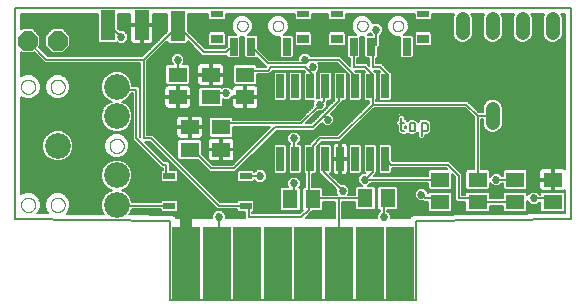
<source format=gtl>
G75*
%MOIN*%
%OFA0B0*%
%FSLAX25Y25*%
%IPPOS*%
%LPD*%
%AMOC8*
5,1,8,0,0,1.08239X$1,22.5*
%
%ADD10C,0.00004*%
%ADD11C,0.00600*%
%ADD12R,0.02600X0.08000*%
%ADD13C,0.08600*%
%ADD14C,0.00000*%
%ADD15OC8,0.06600*%
%ADD16R,0.03937X0.02362*%
%ADD17R,0.05118X0.06299*%
%ADD18R,0.06299X0.05118*%
%ADD19R,0.02756X0.05906*%
%ADD20R,0.03937X0.03150*%
%ADD21C,0.04800*%
%ADD22R,0.05000X0.10000*%
%ADD23R,0.09449X0.23976*%
%ADD24C,0.02700*%
%ADD25C,0.02778*%
%ADD26C,0.04000*%
D10*
X0145979Y0027600D02*
X0146391Y0027600D01*
D11*
X0012741Y0028100D02*
X0012741Y0098600D01*
X0198241Y0098600D01*
X0198241Y0028100D01*
X0146391Y0027600D01*
X0146391Y0001300D01*
X0064591Y0001300D01*
X0064591Y0027600D01*
X0012741Y0028100D01*
X0020247Y0030128D02*
X0020677Y0030557D01*
X0021310Y0032087D01*
X0021310Y0033743D01*
X0020677Y0035273D01*
X0019506Y0036443D01*
X0017976Y0037077D01*
X0016320Y0037077D01*
X0014841Y0036464D01*
X0014841Y0068736D01*
X0016320Y0068123D01*
X0017976Y0068123D01*
X0019506Y0068756D01*
X0020677Y0069927D01*
X0021310Y0071457D01*
X0021310Y0073113D01*
X0020677Y0074643D01*
X0019506Y0075814D01*
X0017976Y0076447D01*
X0016320Y0076447D01*
X0014841Y0075834D01*
X0014841Y0083810D01*
X0015251Y0083400D01*
X0018730Y0083400D01*
X0019112Y0083782D01*
X0022041Y0080853D01*
X0022743Y0080150D01*
X0054541Y0080150D01*
X0054541Y0055497D01*
X0054441Y0055597D01*
X0054441Y0071847D01*
X0053738Y0072550D01*
X0051876Y0072550D01*
X0051876Y0073319D01*
X0051084Y0075231D01*
X0049621Y0076693D01*
X0047710Y0077485D01*
X0045641Y0077485D01*
X0043730Y0076693D01*
X0042267Y0075231D01*
X0041476Y0073319D01*
X0041476Y0071251D01*
X0042267Y0069339D01*
X0043730Y0067877D01*
X0044968Y0067364D01*
X0043730Y0066851D01*
X0042267Y0065388D01*
X0041476Y0063477D01*
X0041476Y0061408D01*
X0042267Y0059497D01*
X0043730Y0058034D01*
X0045641Y0057243D01*
X0047710Y0057243D01*
X0049621Y0058034D01*
X0051084Y0059497D01*
X0051876Y0061408D01*
X0051876Y0063477D01*
X0051084Y0065388D01*
X0049621Y0066851D01*
X0048383Y0067364D01*
X0049621Y0067877D01*
X0051084Y0069339D01*
X0051420Y0070150D01*
X0052041Y0070150D01*
X0052041Y0054603D01*
X0052743Y0053900D01*
X0052744Y0053900D01*
X0061493Y0045150D01*
X0062041Y0045150D01*
X0062041Y0044681D01*
X0061893Y0044681D01*
X0061366Y0044154D01*
X0061366Y0041046D01*
X0061893Y0040519D01*
X0066576Y0040519D01*
X0067103Y0041046D01*
X0067103Y0044154D01*
X0066576Y0044681D01*
X0064441Y0044681D01*
X0064441Y0046847D01*
X0063738Y0047550D01*
X0062488Y0047550D01*
X0056138Y0053900D01*
X0057743Y0053900D01*
X0079541Y0032103D01*
X0080243Y0031400D01*
X0086878Y0031400D01*
X0086878Y0031046D01*
X0087405Y0030519D01*
X0089541Y0030519D01*
X0089541Y0028600D01*
X0082991Y0028600D01*
X0082991Y0029782D01*
X0081673Y0031100D01*
X0079809Y0031100D01*
X0078491Y0029782D01*
X0078491Y0028600D01*
X0066560Y0028600D01*
X0066082Y0029078D01*
X0065481Y0029691D01*
X0065469Y0029692D01*
X0065460Y0029700D01*
X0064600Y0029700D01*
X0050946Y0029832D01*
X0051084Y0029969D01*
X0051677Y0031400D01*
X0061366Y0031400D01*
X0061366Y0031046D01*
X0061893Y0030519D01*
X0066576Y0030519D01*
X0067103Y0031046D01*
X0067103Y0034154D01*
X0066576Y0034681D01*
X0061893Y0034681D01*
X0061366Y0034154D01*
X0061366Y0033800D01*
X0051876Y0033800D01*
X0051876Y0033949D01*
X0051084Y0035861D01*
X0049621Y0037323D01*
X0048383Y0037836D01*
X0049621Y0038349D01*
X0051084Y0039812D01*
X0051876Y0041723D01*
X0051876Y0043792D01*
X0051084Y0045703D01*
X0049621Y0047166D01*
X0047710Y0047957D01*
X0045641Y0047957D01*
X0043730Y0047166D01*
X0042267Y0045703D01*
X0041476Y0043792D01*
X0041476Y0041723D01*
X0042267Y0039812D01*
X0043730Y0038349D01*
X0044968Y0037836D01*
X0043730Y0037323D01*
X0042267Y0035861D01*
X0041476Y0033949D01*
X0041476Y0031881D01*
X0042267Y0029969D01*
X0042322Y0029915D01*
X0029995Y0030034D01*
X0030519Y0030557D01*
X0031153Y0032087D01*
X0031153Y0033743D01*
X0030519Y0035273D01*
X0029348Y0036443D01*
X0027818Y0037077D01*
X0026163Y0037077D01*
X0024633Y0036443D01*
X0023462Y0035273D01*
X0022828Y0033743D01*
X0022828Y0032087D01*
X0023462Y0030557D01*
X0023927Y0030092D01*
X0020247Y0030128D01*
X0020637Y0030518D02*
X0023501Y0030518D01*
X0023230Y0031117D02*
X0020908Y0031117D01*
X0021156Y0031715D02*
X0022982Y0031715D01*
X0022828Y0032314D02*
X0021310Y0032314D01*
X0021310Y0032912D02*
X0022828Y0032912D01*
X0022828Y0033511D02*
X0021310Y0033511D01*
X0021159Y0034109D02*
X0022980Y0034109D01*
X0023228Y0034708D02*
X0020911Y0034708D01*
X0020643Y0035306D02*
X0023496Y0035306D01*
X0024094Y0035905D02*
X0020044Y0035905D01*
X0019361Y0036503D02*
X0024777Y0036503D01*
X0029204Y0036503D02*
X0042910Y0036503D01*
X0042311Y0035905D02*
X0029887Y0035905D01*
X0030486Y0035306D02*
X0042038Y0035306D01*
X0041790Y0034708D02*
X0030753Y0034708D01*
X0031001Y0034109D02*
X0041542Y0034109D01*
X0041476Y0033511D02*
X0031153Y0033511D01*
X0031153Y0032912D02*
X0041476Y0032912D01*
X0041476Y0032314D02*
X0031153Y0032314D01*
X0030999Y0031715D02*
X0041544Y0031715D01*
X0041792Y0031117D02*
X0030751Y0031117D01*
X0030480Y0030518D02*
X0042040Y0030518D01*
X0041826Y0029920D02*
X0042317Y0029920D01*
X0046676Y0032915D02*
X0046991Y0032600D01*
X0064235Y0032600D01*
X0067103Y0032314D02*
X0079330Y0032314D01*
X0078731Y0032912D02*
X0067103Y0032912D01*
X0067103Y0033511D02*
X0078133Y0033511D01*
X0077534Y0034109D02*
X0067103Y0034109D01*
X0067103Y0031715D02*
X0079928Y0031715D01*
X0080741Y0032600D02*
X0089746Y0032600D01*
X0090741Y0032600D01*
X0090741Y0028850D01*
X0108241Y0028850D01*
X0110741Y0031350D01*
X0110741Y0033850D01*
X0111981Y0034850D01*
X0110741Y0035100D01*
X0110741Y0047600D01*
X0111241Y0048250D01*
X0111991Y0048850D01*
X0111991Y0052600D01*
X0114491Y0055100D01*
X0120741Y0055100D01*
X0131991Y0066350D01*
X0163241Y0066350D01*
X0166991Y0062600D01*
X0171991Y0062600D01*
X0168691Y0063800D02*
X0167488Y0063800D01*
X0163738Y0067550D01*
X0133191Y0067550D01*
X0133191Y0067827D01*
X0133441Y0068077D01*
X0133441Y0076823D01*
X0132913Y0077350D01*
X0132688Y0077350D01*
X0132488Y0077550D01*
X0132388Y0077650D01*
X0133993Y0077650D01*
X0134431Y0077213D01*
X0134041Y0076823D01*
X0134041Y0068077D01*
X0134568Y0067550D01*
X0137913Y0067550D01*
X0138441Y0068077D01*
X0138441Y0076823D01*
X0137913Y0077350D01*
X0137688Y0077350D01*
X0137488Y0077550D01*
X0134988Y0080050D01*
X0133191Y0080050D01*
X0133191Y0081857D01*
X0133289Y0081857D01*
X0133816Y0082385D01*
X0133816Y0085228D01*
X0134441Y0085853D01*
X0134441Y0089368D01*
X0135491Y0090418D01*
X0135491Y0092282D01*
X0134173Y0093600D01*
X0132309Y0093600D01*
X0132116Y0093408D01*
X0131613Y0094623D01*
X0130608Y0095628D01*
X0129295Y0096172D01*
X0127875Y0096172D01*
X0126562Y0095628D01*
X0125557Y0094623D01*
X0125013Y0093310D01*
X0125013Y0091890D01*
X0125557Y0090577D01*
X0126562Y0089572D01*
X0126584Y0089563D01*
X0123882Y0089563D01*
X0123354Y0089036D01*
X0123354Y0082385D01*
X0123882Y0081857D01*
X0124541Y0081857D01*
X0124541Y0079247D01*
X0121238Y0082550D01*
X0111473Y0082550D01*
X0110423Y0083600D01*
X0108559Y0083600D01*
X0107241Y0082282D01*
X0107241Y0081300D01*
X0097488Y0081300D01*
X0093816Y0084972D01*
X0093816Y0089036D01*
X0093289Y0089563D01*
X0090586Y0089563D01*
X0090608Y0089572D01*
X0091613Y0090577D01*
X0092157Y0091890D01*
X0092157Y0093310D01*
X0091613Y0094623D01*
X0090608Y0095628D01*
X0089295Y0096172D01*
X0087875Y0096172D01*
X0086562Y0095628D01*
X0085557Y0094623D01*
X0085013Y0093310D01*
X0085013Y0091890D01*
X0085557Y0090577D01*
X0086562Y0089572D01*
X0086584Y0089563D01*
X0083882Y0089563D01*
X0083354Y0089036D01*
X0083354Y0085661D01*
X0082743Y0085050D01*
X0076238Y0085050D01*
X0070391Y0090897D01*
X0070391Y0096500D01*
X0077252Y0096500D01*
X0077252Y0094983D01*
X0077779Y0094456D01*
X0082462Y0094456D01*
X0082989Y0094983D01*
X0082989Y0096500D01*
X0105992Y0096500D01*
X0105992Y0094983D01*
X0106519Y0094456D01*
X0111202Y0094456D01*
X0111729Y0094983D01*
X0111729Y0096500D01*
X0117252Y0096500D01*
X0117252Y0094983D01*
X0117779Y0094456D01*
X0122462Y0094456D01*
X0122989Y0094983D01*
X0122989Y0096500D01*
X0145992Y0096500D01*
X0145992Y0094983D01*
X0146519Y0094456D01*
X0151202Y0094456D01*
X0151729Y0094983D01*
X0151729Y0096500D01*
X0159040Y0096500D01*
X0158691Y0095656D01*
X0158691Y0089544D01*
X0159193Y0088331D01*
X0160121Y0087402D01*
X0161334Y0086900D01*
X0162647Y0086900D01*
X0163860Y0087402D01*
X0164788Y0088331D01*
X0165291Y0089544D01*
X0165291Y0095656D01*
X0164941Y0096500D01*
X0169040Y0096500D01*
X0168691Y0095656D01*
X0168691Y0089544D01*
X0169193Y0088331D01*
X0170121Y0087402D01*
X0171334Y0086900D01*
X0172647Y0086900D01*
X0173860Y0087402D01*
X0174788Y0088331D01*
X0175291Y0089544D01*
X0175291Y0095656D01*
X0174941Y0096500D01*
X0179040Y0096500D01*
X0178691Y0095656D01*
X0178691Y0089544D01*
X0179193Y0088331D01*
X0180121Y0087402D01*
X0181334Y0086900D01*
X0182647Y0086900D01*
X0183860Y0087402D01*
X0184788Y0088331D01*
X0185291Y0089544D01*
X0185291Y0095656D01*
X0184941Y0096500D01*
X0189040Y0096500D01*
X0188691Y0095656D01*
X0188691Y0089544D01*
X0189193Y0088331D01*
X0190121Y0087402D01*
X0191334Y0086900D01*
X0192647Y0086900D01*
X0193860Y0087402D01*
X0194788Y0088331D01*
X0195291Y0089544D01*
X0195291Y0095656D01*
X0194941Y0096500D01*
X0196141Y0096500D01*
X0196141Y0044737D01*
X0195938Y0044939D01*
X0195642Y0045111D01*
X0195311Y0045199D01*
X0192291Y0045199D01*
X0192291Y0041640D01*
X0191691Y0041640D01*
X0191691Y0045199D01*
X0188670Y0045199D01*
X0188339Y0045111D01*
X0188043Y0044939D01*
X0187801Y0044697D01*
X0187630Y0044401D01*
X0187541Y0044070D01*
X0187541Y0041640D01*
X0191691Y0041640D01*
X0191691Y0041040D01*
X0192291Y0041040D01*
X0192291Y0037481D01*
X0195311Y0037481D01*
X0195642Y0037570D01*
X0195938Y0037741D01*
X0196141Y0037943D01*
X0196141Y0030180D01*
X0146381Y0029700D01*
X0145521Y0029700D01*
X0145512Y0029692D01*
X0145500Y0029691D01*
X0144899Y0029078D01*
X0144421Y0028600D01*
X0137991Y0028600D01*
X0137991Y0029782D01*
X0136941Y0030832D01*
X0136941Y0031050D01*
X0139913Y0031050D01*
X0140440Y0031578D01*
X0140440Y0038622D01*
X0139913Y0039150D01*
X0134049Y0039150D01*
X0133522Y0038622D01*
X0133522Y0031578D01*
X0134049Y0031050D01*
X0134541Y0031050D01*
X0134541Y0030832D01*
X0133491Y0029782D01*
X0133491Y0028600D01*
X0121941Y0028600D01*
X0121941Y0033900D01*
X0126041Y0033900D01*
X0126041Y0031578D01*
X0126569Y0031050D01*
X0132432Y0031050D01*
X0132959Y0031578D01*
X0132959Y0038622D01*
X0132432Y0039150D01*
X0130472Y0039150D01*
X0131473Y0040150D01*
X0150441Y0040150D01*
X0150441Y0038408D01*
X0150968Y0037881D01*
X0158013Y0037881D01*
X0158540Y0038408D01*
X0158540Y0043103D01*
X0159541Y0042103D01*
X0159541Y0034603D01*
X0160243Y0033900D01*
X0162941Y0033900D01*
X0162941Y0030928D01*
X0163468Y0030401D01*
X0170513Y0030401D01*
X0171040Y0030928D01*
X0171040Y0032650D01*
X0175441Y0032650D01*
X0175441Y0030928D01*
X0175968Y0030401D01*
X0183013Y0030401D01*
X0183540Y0030928D01*
X0183540Y0034118D01*
X0184809Y0032850D01*
X0186673Y0032850D01*
X0187723Y0033900D01*
X0187941Y0033900D01*
X0187941Y0030928D01*
X0188468Y0030401D01*
X0195513Y0030401D01*
X0196040Y0030928D01*
X0196040Y0036792D01*
X0195513Y0037319D01*
X0188468Y0037319D01*
X0187941Y0036792D01*
X0187941Y0036300D01*
X0187723Y0036300D01*
X0186673Y0037350D01*
X0184809Y0037350D01*
X0183540Y0036082D01*
X0183540Y0036792D01*
X0183013Y0037319D01*
X0175968Y0037319D01*
X0175441Y0036792D01*
X0175441Y0035050D01*
X0171040Y0035050D01*
X0171040Y0036792D01*
X0170513Y0037319D01*
X0163468Y0037319D01*
X0162941Y0036792D01*
X0162941Y0036300D01*
X0161941Y0036300D01*
X0161941Y0043097D01*
X0161238Y0043800D01*
X0157488Y0047550D01*
X0138738Y0047550D01*
X0138441Y0047847D01*
X0138441Y0052623D01*
X0137913Y0053150D01*
X0134568Y0053150D01*
X0134041Y0052623D01*
X0134041Y0043877D01*
X0134568Y0043350D01*
X0137913Y0043350D01*
X0138441Y0043877D01*
X0138441Y0045150D01*
X0156493Y0045150D01*
X0156844Y0044799D01*
X0150968Y0044799D01*
X0150441Y0044272D01*
X0150441Y0042550D01*
X0132388Y0042550D01*
X0132488Y0042650D01*
X0133191Y0043353D01*
X0133191Y0043627D01*
X0133441Y0043877D01*
X0133441Y0052623D01*
X0132913Y0053150D01*
X0129568Y0053150D01*
X0129041Y0052623D01*
X0129041Y0043877D01*
X0129318Y0043600D01*
X0128559Y0043600D01*
X0127241Y0042282D01*
X0127241Y0040418D01*
X0128509Y0039150D01*
X0126569Y0039150D01*
X0126041Y0038622D01*
X0126041Y0036300D01*
X0123873Y0036300D01*
X0124241Y0036668D01*
X0124241Y0038532D01*
X0122923Y0039850D01*
X0121438Y0039850D01*
X0117925Y0043362D01*
X0118441Y0043877D01*
X0118441Y0052623D01*
X0117913Y0053150D01*
X0114568Y0053150D01*
X0114041Y0052623D01*
X0114041Y0043877D01*
X0114541Y0043377D01*
X0114541Y0043353D01*
X0115243Y0042650D01*
X0115244Y0042650D01*
X0119741Y0038153D01*
X0119741Y0036668D01*
X0120109Y0036300D01*
X0115440Y0036300D01*
X0115440Y0038372D01*
X0114913Y0038900D01*
X0111941Y0038900D01*
X0111941Y0043350D01*
X0112913Y0043350D01*
X0113441Y0043877D01*
X0113441Y0052353D01*
X0114988Y0053900D01*
X0121238Y0053900D01*
X0121941Y0054603D01*
X0132488Y0065150D01*
X0162743Y0065150D01*
X0165791Y0062103D01*
X0165791Y0044799D01*
X0163468Y0044799D01*
X0162941Y0044272D01*
X0162941Y0038408D01*
X0163468Y0037881D01*
X0170513Y0037881D01*
X0171040Y0038408D01*
X0171040Y0040368D01*
X0172309Y0039100D01*
X0174173Y0039100D01*
X0175223Y0040150D01*
X0175441Y0040150D01*
X0175441Y0038408D01*
X0175968Y0037881D01*
X0183013Y0037881D01*
X0183540Y0038408D01*
X0183540Y0044272D01*
X0183013Y0044799D01*
X0175968Y0044799D01*
X0175441Y0044272D01*
X0175441Y0042550D01*
X0175223Y0042550D01*
X0174173Y0043600D01*
X0172309Y0043600D01*
X0171040Y0042332D01*
X0171040Y0044272D01*
X0170513Y0044799D01*
X0168191Y0044799D01*
X0168191Y0061400D01*
X0168691Y0061400D01*
X0168691Y0059544D01*
X0169193Y0058331D01*
X0170121Y0057402D01*
X0171334Y0056900D01*
X0172647Y0056900D01*
X0173860Y0057402D01*
X0174788Y0058331D01*
X0175291Y0059544D01*
X0175291Y0065656D01*
X0174788Y0066869D01*
X0173860Y0067798D01*
X0172647Y0068300D01*
X0171334Y0068300D01*
X0170121Y0067798D01*
X0169193Y0066869D01*
X0168691Y0065656D01*
X0168691Y0063800D01*
X0168691Y0064035D02*
X0167253Y0064035D01*
X0166654Y0064633D02*
X0168691Y0064633D01*
X0168691Y0065232D02*
X0166056Y0065232D01*
X0165457Y0065830D02*
X0168763Y0065830D01*
X0169010Y0066429D02*
X0164859Y0066429D01*
X0164260Y0067027D02*
X0169351Y0067027D01*
X0169949Y0067626D02*
X0137989Y0067626D01*
X0138441Y0068224D02*
X0171152Y0068224D01*
X0172830Y0068224D02*
X0196141Y0068224D01*
X0196141Y0067626D02*
X0174032Y0067626D01*
X0174630Y0067027D02*
X0196141Y0067027D01*
X0196141Y0066429D02*
X0174971Y0066429D01*
X0175219Y0065830D02*
X0196141Y0065830D01*
X0196141Y0065232D02*
X0175291Y0065232D01*
X0175291Y0064633D02*
X0196141Y0064633D01*
X0196141Y0064035D02*
X0175291Y0064035D01*
X0175291Y0063436D02*
X0196141Y0063436D01*
X0196141Y0062838D02*
X0175291Y0062838D01*
X0175291Y0062239D02*
X0196141Y0062239D01*
X0196141Y0061641D02*
X0175291Y0061641D01*
X0175291Y0061042D02*
X0196141Y0061042D01*
X0196141Y0060444D02*
X0175291Y0060444D01*
X0175291Y0059845D02*
X0196141Y0059845D01*
X0196141Y0059247D02*
X0175168Y0059247D01*
X0174920Y0058648D02*
X0196141Y0058648D01*
X0196141Y0058050D02*
X0174507Y0058050D01*
X0173909Y0057451D02*
X0196141Y0057451D01*
X0196141Y0056853D02*
X0168191Y0056853D01*
X0168191Y0057451D02*
X0170073Y0057451D01*
X0169474Y0058050D02*
X0168191Y0058050D01*
X0168191Y0058648D02*
X0169061Y0058648D01*
X0168814Y0059247D02*
X0168191Y0059247D01*
X0168191Y0059845D02*
X0168691Y0059845D01*
X0168691Y0060444D02*
X0168191Y0060444D01*
X0168191Y0061042D02*
X0168691Y0061042D01*
X0166991Y0062600D02*
X0166991Y0041340D01*
X0162941Y0041291D02*
X0161941Y0041291D01*
X0161941Y0040693D02*
X0162941Y0040693D01*
X0162941Y0040094D02*
X0161941Y0040094D01*
X0161941Y0039496D02*
X0162941Y0039496D01*
X0162941Y0038897D02*
X0161941Y0038897D01*
X0161941Y0038299D02*
X0163050Y0038299D01*
X0163251Y0037102D02*
X0161941Y0037102D01*
X0161941Y0037700D02*
X0188113Y0037700D01*
X0188043Y0037741D02*
X0188339Y0037570D01*
X0188670Y0037481D01*
X0191691Y0037481D01*
X0191691Y0041040D01*
X0187541Y0041040D01*
X0187541Y0038610D01*
X0187630Y0038279D01*
X0187801Y0037983D01*
X0188043Y0037741D01*
X0188251Y0037102D02*
X0186921Y0037102D01*
X0187519Y0036503D02*
X0187941Y0036503D01*
X0185741Y0035100D02*
X0191991Y0035100D01*
X0191991Y0033860D01*
X0196040Y0034109D02*
X0196141Y0034109D01*
X0196141Y0033511D02*
X0196040Y0033511D01*
X0196040Y0032912D02*
X0196141Y0032912D01*
X0196141Y0032314D02*
X0196040Y0032314D01*
X0196040Y0031715D02*
X0196141Y0031715D01*
X0196141Y0031117D02*
X0196040Y0031117D01*
X0196141Y0030518D02*
X0195630Y0030518D01*
X0196040Y0034708D02*
X0196141Y0034708D01*
X0196141Y0035306D02*
X0196040Y0035306D01*
X0196040Y0035905D02*
X0196141Y0035905D01*
X0196141Y0036503D02*
X0196040Y0036503D01*
X0196141Y0037102D02*
X0195730Y0037102D01*
X0195868Y0037700D02*
X0196141Y0037700D01*
X0192291Y0037700D02*
X0191691Y0037700D01*
X0191691Y0038299D02*
X0192291Y0038299D01*
X0192291Y0038897D02*
X0191691Y0038897D01*
X0191691Y0039496D02*
X0192291Y0039496D01*
X0192291Y0040094D02*
X0191691Y0040094D01*
X0191691Y0040693D02*
X0192291Y0040693D01*
X0191691Y0041291D02*
X0183540Y0041291D01*
X0183540Y0040693D02*
X0187541Y0040693D01*
X0187541Y0040094D02*
X0183540Y0040094D01*
X0183540Y0039496D02*
X0187541Y0039496D01*
X0187541Y0038897D02*
X0183540Y0038897D01*
X0183431Y0038299D02*
X0187624Y0038299D01*
X0184560Y0037102D02*
X0183230Y0037102D01*
X0183540Y0036503D02*
X0183962Y0036503D01*
X0183549Y0034109D02*
X0183540Y0034109D01*
X0183540Y0033511D02*
X0184148Y0033511D01*
X0184746Y0032912D02*
X0183540Y0032912D01*
X0183540Y0032314D02*
X0187941Y0032314D01*
X0187941Y0032912D02*
X0186735Y0032912D01*
X0187333Y0033511D02*
X0187941Y0033511D01*
X0187941Y0031715D02*
X0183540Y0031715D01*
X0183540Y0031117D02*
X0187941Y0031117D01*
X0188351Y0030518D02*
X0183130Y0030518D01*
X0179491Y0033850D02*
X0179491Y0033860D01*
X0179491Y0033850D02*
X0166991Y0033850D01*
X0166991Y0033860D01*
X0166991Y0035100D01*
X0160741Y0035100D01*
X0160741Y0042600D01*
X0156991Y0046350D01*
X0138241Y0046350D01*
X0136991Y0047600D01*
X0136241Y0048250D01*
X0138441Y0048473D02*
X0165791Y0048473D01*
X0165791Y0047875D02*
X0138441Y0047875D01*
X0138441Y0049072D02*
X0165791Y0049072D01*
X0165791Y0049670D02*
X0138441Y0049670D01*
X0138441Y0050269D02*
X0165791Y0050269D01*
X0165791Y0050868D02*
X0138441Y0050868D01*
X0138441Y0051466D02*
X0165791Y0051466D01*
X0165791Y0052065D02*
X0138441Y0052065D01*
X0138400Y0052663D02*
X0165791Y0052663D01*
X0165791Y0053262D02*
X0123367Y0053262D01*
X0123339Y0053290D02*
X0123042Y0053461D01*
X0122712Y0053550D01*
X0121541Y0053550D01*
X0121541Y0048550D01*
X0123841Y0048550D01*
X0123841Y0052421D01*
X0123752Y0052752D01*
X0123581Y0053048D01*
X0123339Y0053290D01*
X0123776Y0052663D02*
X0124081Y0052663D01*
X0124041Y0052623D02*
X0124041Y0043877D01*
X0124568Y0043350D01*
X0127913Y0043350D01*
X0128441Y0043877D01*
X0128441Y0052623D01*
X0127913Y0053150D01*
X0124568Y0053150D01*
X0124041Y0052623D01*
X0124041Y0052065D02*
X0123841Y0052065D01*
X0123841Y0051466D02*
X0124041Y0051466D01*
X0124041Y0050868D02*
X0123841Y0050868D01*
X0123841Y0050269D02*
X0124041Y0050269D01*
X0124041Y0049670D02*
X0123841Y0049670D01*
X0123841Y0049072D02*
X0124041Y0049072D01*
X0124041Y0048473D02*
X0121541Y0048473D01*
X0121541Y0048550D02*
X0121541Y0047950D01*
X0123841Y0047950D01*
X0123841Y0044079D01*
X0123752Y0043748D01*
X0123581Y0043452D01*
X0123339Y0043210D01*
X0123042Y0043039D01*
X0122712Y0042950D01*
X0121541Y0042950D01*
X0121541Y0047950D01*
X0120941Y0047950D01*
X0120941Y0042950D01*
X0119769Y0042950D01*
X0119439Y0043039D01*
X0119142Y0043210D01*
X0118900Y0043452D01*
X0118729Y0043748D01*
X0118641Y0044079D01*
X0118641Y0047950D01*
X0120941Y0047950D01*
X0120941Y0048550D01*
X0120941Y0053550D01*
X0119769Y0053550D01*
X0119439Y0053461D01*
X0119142Y0053290D01*
X0118900Y0053048D01*
X0118729Y0052752D01*
X0118641Y0052421D01*
X0118641Y0048550D01*
X0120941Y0048550D01*
X0121541Y0048550D01*
X0121541Y0049072D02*
X0120941Y0049072D01*
X0120941Y0049670D02*
X0121541Y0049670D01*
X0121541Y0050269D02*
X0120941Y0050269D01*
X0120941Y0050868D02*
X0121541Y0050868D01*
X0121541Y0051466D02*
X0120941Y0051466D01*
X0120941Y0052065D02*
X0121541Y0052065D01*
X0121541Y0052663D02*
X0120941Y0052663D01*
X0120941Y0053262D02*
X0121541Y0053262D01*
X0121796Y0054459D02*
X0165791Y0054459D01*
X0165791Y0055057D02*
X0149191Y0055057D01*
X0148868Y0054733D02*
X0149571Y0055436D01*
X0149571Y0056200D01*
X0149593Y0056200D01*
X0150394Y0056200D01*
X0151526Y0057333D01*
X0151526Y0060118D01*
X0151008Y0061015D01*
X0151008Y0061015D01*
X0150111Y0061533D01*
X0147873Y0061533D01*
X0147171Y0060830D01*
X0147171Y0060444D01*
X0146615Y0061208D01*
X0145269Y0061645D01*
X0143923Y0061208D01*
X0143673Y0060864D01*
X0143004Y0061533D01*
X0142729Y0061533D01*
X0142729Y0062297D01*
X0142026Y0063000D01*
X0141032Y0063000D01*
X0140329Y0062297D01*
X0140329Y0061319D01*
X0139841Y0060830D01*
X0139841Y0059836D01*
X0140329Y0059347D01*
X0140329Y0057615D01*
X0140847Y0056718D01*
X0140847Y0056718D01*
X0140847Y0056718D01*
X0141745Y0056200D01*
X0142760Y0056200D01*
X0143004Y0056200D01*
X0143673Y0056869D01*
X0143923Y0056525D01*
X0143923Y0056525D01*
X0143923Y0056525D01*
X0145269Y0056088D01*
X0145269Y0056088D01*
X0146615Y0056525D01*
X0146615Y0056525D01*
X0147171Y0057290D01*
X0147171Y0055436D01*
X0147873Y0054733D01*
X0148868Y0054733D01*
X0149571Y0055656D02*
X0165791Y0055656D01*
X0165791Y0056254D02*
X0150448Y0056254D01*
X0150394Y0056200D02*
X0150394Y0056200D01*
X0151046Y0056853D02*
X0165791Y0056853D01*
X0165791Y0057451D02*
X0151526Y0057451D01*
X0151526Y0057333D02*
X0151526Y0057333D01*
X0151526Y0058050D02*
X0165791Y0058050D01*
X0165791Y0058648D02*
X0151526Y0058648D01*
X0151526Y0059247D02*
X0165791Y0059247D01*
X0165791Y0059845D02*
X0151526Y0059845D01*
X0151338Y0060444D02*
X0165791Y0060444D01*
X0165791Y0061042D02*
X0150961Y0061042D01*
X0151008Y0061015D02*
X0151008Y0061015D01*
X0149593Y0060333D02*
X0148371Y0060333D01*
X0148371Y0055933D01*
X0147550Y0055057D02*
X0122395Y0055057D01*
X0122993Y0055656D02*
X0147171Y0055656D01*
X0147171Y0056254D02*
X0145781Y0056254D01*
X0144758Y0056254D02*
X0143058Y0056254D01*
X0142760Y0056200D02*
X0142760Y0056200D01*
X0143657Y0056853D02*
X0143686Y0056853D01*
X0142507Y0057400D02*
X0142263Y0057400D01*
X0142211Y0057402D01*
X0142159Y0057407D01*
X0142107Y0057417D01*
X0142056Y0057430D01*
X0142007Y0057446D01*
X0141959Y0057466D01*
X0141912Y0057490D01*
X0141867Y0057516D01*
X0141824Y0057546D01*
X0141783Y0057579D01*
X0141745Y0057615D01*
X0141709Y0057653D01*
X0141676Y0057694D01*
X0141646Y0057737D01*
X0141620Y0057782D01*
X0141596Y0057829D01*
X0141576Y0057877D01*
X0141560Y0057926D01*
X0141547Y0057977D01*
X0141537Y0058029D01*
X0141532Y0058081D01*
X0141530Y0058133D01*
X0141529Y0058133D02*
X0141529Y0061800D01*
X0140329Y0061641D02*
X0128978Y0061641D01*
X0128380Y0061042D02*
X0140052Y0061042D01*
X0139841Y0060444D02*
X0127781Y0060444D01*
X0127183Y0059845D02*
X0139841Y0059845D01*
X0140329Y0059247D02*
X0126584Y0059247D01*
X0125986Y0058648D02*
X0140329Y0058648D01*
X0140329Y0058050D02*
X0125387Y0058050D01*
X0124789Y0057451D02*
X0140424Y0057451D01*
X0140770Y0056853D02*
X0124190Y0056853D01*
X0123592Y0056254D02*
X0141651Y0056254D01*
X0142729Y0058600D02*
X0142729Y0059133D01*
X0143004Y0059133D01*
X0143092Y0059221D01*
X0143092Y0058875D01*
X0143092Y0058875D01*
X0143092Y0058513D01*
X0143004Y0058600D01*
X0142729Y0058600D01*
X0142729Y0058648D02*
X0143092Y0058648D01*
X0144292Y0058378D02*
X0144292Y0059356D01*
X0144291Y0059356D02*
X0144293Y0059417D01*
X0144299Y0059479D01*
X0144308Y0059539D01*
X0144322Y0059599D01*
X0144339Y0059658D01*
X0144360Y0059716D01*
X0144384Y0059772D01*
X0144412Y0059827D01*
X0144443Y0059880D01*
X0144478Y0059931D01*
X0144515Y0059979D01*
X0144556Y0060025D01*
X0144600Y0060069D01*
X0144646Y0060110D01*
X0144694Y0060147D01*
X0144745Y0060182D01*
X0144798Y0060213D01*
X0144853Y0060241D01*
X0144909Y0060265D01*
X0144967Y0060286D01*
X0145026Y0060303D01*
X0145086Y0060317D01*
X0145146Y0060326D01*
X0145208Y0060332D01*
X0145269Y0060334D01*
X0145330Y0060332D01*
X0145392Y0060326D01*
X0145452Y0060317D01*
X0145512Y0060303D01*
X0145571Y0060286D01*
X0145629Y0060265D01*
X0145685Y0060241D01*
X0145740Y0060213D01*
X0145793Y0060182D01*
X0145844Y0060147D01*
X0145892Y0060110D01*
X0145938Y0060069D01*
X0145982Y0060025D01*
X0146023Y0059979D01*
X0146060Y0059931D01*
X0146095Y0059880D01*
X0146126Y0059827D01*
X0146154Y0059772D01*
X0146178Y0059716D01*
X0146199Y0059658D01*
X0146216Y0059599D01*
X0146230Y0059539D01*
X0146239Y0059479D01*
X0146245Y0059417D01*
X0146247Y0059356D01*
X0146247Y0058378D01*
X0146245Y0058317D01*
X0146239Y0058255D01*
X0146230Y0058195D01*
X0146216Y0058135D01*
X0146199Y0058076D01*
X0146178Y0058018D01*
X0146154Y0057962D01*
X0146126Y0057907D01*
X0146095Y0057854D01*
X0146060Y0057803D01*
X0146023Y0057755D01*
X0145982Y0057709D01*
X0145938Y0057665D01*
X0145892Y0057624D01*
X0145844Y0057587D01*
X0145793Y0057552D01*
X0145740Y0057521D01*
X0145685Y0057493D01*
X0145629Y0057469D01*
X0145571Y0057448D01*
X0145512Y0057431D01*
X0145452Y0057417D01*
X0145392Y0057408D01*
X0145330Y0057402D01*
X0145269Y0057400D01*
X0145208Y0057402D01*
X0145146Y0057408D01*
X0145086Y0057417D01*
X0145026Y0057431D01*
X0144967Y0057448D01*
X0144909Y0057469D01*
X0144853Y0057493D01*
X0144798Y0057521D01*
X0144745Y0057552D01*
X0144694Y0057587D01*
X0144646Y0057624D01*
X0144600Y0057665D01*
X0144556Y0057709D01*
X0144515Y0057755D01*
X0144478Y0057803D01*
X0144443Y0057854D01*
X0144412Y0057907D01*
X0144384Y0057962D01*
X0144360Y0058018D01*
X0144339Y0058076D01*
X0144322Y0058135D01*
X0144308Y0058195D01*
X0144299Y0058255D01*
X0144293Y0058317D01*
X0144291Y0058378D01*
X0146853Y0056853D02*
X0147171Y0056853D01*
X0148371Y0057400D02*
X0149593Y0057400D01*
X0149645Y0057402D01*
X0149697Y0057407D01*
X0149749Y0057417D01*
X0149800Y0057430D01*
X0149849Y0057446D01*
X0149898Y0057466D01*
X0149944Y0057490D01*
X0149989Y0057516D01*
X0150032Y0057546D01*
X0150073Y0057579D01*
X0150111Y0057615D01*
X0150147Y0057653D01*
X0150180Y0057694D01*
X0150210Y0057737D01*
X0150236Y0057782D01*
X0150260Y0057829D01*
X0150280Y0057877D01*
X0150296Y0057926D01*
X0150309Y0057977D01*
X0150319Y0058029D01*
X0150324Y0058081D01*
X0150326Y0058133D01*
X0150326Y0059600D01*
X0150324Y0059652D01*
X0150319Y0059704D01*
X0150309Y0059756D01*
X0150296Y0059807D01*
X0150280Y0059856D01*
X0150260Y0059904D01*
X0150236Y0059951D01*
X0150210Y0059996D01*
X0150180Y0060039D01*
X0150147Y0060080D01*
X0150111Y0060118D01*
X0150073Y0060154D01*
X0150032Y0060187D01*
X0149989Y0060217D01*
X0149944Y0060243D01*
X0149897Y0060267D01*
X0149849Y0060287D01*
X0149800Y0060303D01*
X0149749Y0060316D01*
X0149697Y0060326D01*
X0149645Y0060331D01*
X0149593Y0060333D01*
X0147382Y0061042D02*
X0146736Y0061042D01*
X0146615Y0061208D02*
X0146615Y0061208D01*
X0146615Y0061208D01*
X0145284Y0061641D02*
X0165791Y0061641D01*
X0165654Y0062239D02*
X0142729Y0062239D01*
X0142729Y0061641D02*
X0145255Y0061641D01*
X0145269Y0061645D02*
X0145269Y0061645D01*
X0143923Y0061208D02*
X0143923Y0061208D01*
X0143803Y0061042D02*
X0143495Y0061042D01*
X0142507Y0060333D02*
X0141041Y0060333D01*
X0140329Y0062239D02*
X0129577Y0062239D01*
X0130175Y0062838D02*
X0140870Y0062838D01*
X0142189Y0062838D02*
X0165056Y0062838D01*
X0164457Y0063436D02*
X0130774Y0063436D01*
X0131372Y0064035D02*
X0163859Y0064035D01*
X0163260Y0064633D02*
X0131971Y0064633D01*
X0129774Y0065830D02*
X0120668Y0065830D01*
X0121238Y0066400D02*
X0121941Y0067103D01*
X0121941Y0067550D01*
X0122913Y0067550D01*
X0123441Y0068077D01*
X0123441Y0076823D01*
X0122913Y0077350D01*
X0119568Y0077350D01*
X0119041Y0076823D01*
X0119041Y0068077D01*
X0119281Y0067837D01*
X0115243Y0063800D01*
X0111493Y0060050D01*
X0109888Y0060050D01*
X0113938Y0064100D01*
X0115423Y0064100D01*
X0116741Y0065418D01*
X0116741Y0066903D01*
X0116941Y0067103D01*
X0116941Y0067550D01*
X0117913Y0067550D01*
X0118441Y0068077D01*
X0118441Y0076823D01*
X0117913Y0077350D01*
X0114568Y0077350D01*
X0114041Y0076823D01*
X0114041Y0068600D01*
X0113559Y0068600D01*
X0113441Y0068482D01*
X0113441Y0076823D01*
X0113293Y0076970D01*
X0114241Y0077918D01*
X0114241Y0079782D01*
X0113873Y0080150D01*
X0120243Y0080150D01*
X0124041Y0076353D01*
X0124041Y0068077D01*
X0124568Y0067550D01*
X0127913Y0067550D01*
X0128441Y0068077D01*
X0128441Y0076823D01*
X0127913Y0077350D01*
X0126438Y0077350D01*
X0126238Y0077550D01*
X0126138Y0077650D01*
X0128993Y0077650D01*
X0129431Y0077213D01*
X0129041Y0076823D01*
X0129041Y0068077D01*
X0129568Y0067550D01*
X0130791Y0067550D01*
X0130791Y0066847D01*
X0120243Y0056300D01*
X0113993Y0056300D01*
X0111493Y0053800D01*
X0110843Y0053150D01*
X0109568Y0053150D01*
X0109041Y0052623D01*
X0109041Y0043877D01*
X0109541Y0043377D01*
X0109541Y0038900D01*
X0109049Y0038900D01*
X0108522Y0038372D01*
X0108522Y0031328D01*
X0108771Y0031078D01*
X0107743Y0030050D01*
X0091941Y0030050D01*
X0091941Y0030519D01*
X0092088Y0030519D01*
X0092615Y0031046D01*
X0092615Y0034154D01*
X0092088Y0034681D01*
X0087405Y0034681D01*
X0086878Y0034154D01*
X0086878Y0033800D01*
X0081238Y0033800D01*
X0058738Y0056300D01*
X0056941Y0056300D01*
X0056941Y0080853D01*
X0063591Y0087503D01*
X0063591Y0087227D01*
X0064118Y0086700D01*
X0069863Y0086700D01*
X0070391Y0087227D01*
X0070391Y0087503D01*
X0075243Y0082650D01*
X0083354Y0082650D01*
X0083354Y0082385D01*
X0083882Y0081857D01*
X0087383Y0081857D01*
X0087910Y0082385D01*
X0087910Y0089028D01*
X0089260Y0089028D01*
X0089260Y0082385D01*
X0089787Y0081857D01*
X0093289Y0081857D01*
X0093412Y0081981D01*
X0095791Y0079603D01*
X0096493Y0078900D01*
X0096594Y0078900D01*
X0096493Y0078800D01*
X0093540Y0078800D01*
X0093540Y0079272D01*
X0093013Y0079799D01*
X0085968Y0079799D01*
X0085441Y0079272D01*
X0085441Y0073408D01*
X0085968Y0072881D01*
X0093013Y0072881D01*
X0093540Y0073408D01*
X0093540Y0076400D01*
X0097488Y0076400D01*
X0098738Y0077650D01*
X0108993Y0077650D01*
X0109431Y0077213D01*
X0109041Y0076823D01*
X0109041Y0068077D01*
X0109568Y0067550D01*
X0112509Y0067550D01*
X0112241Y0067282D01*
X0112241Y0065797D01*
X0107743Y0061300D01*
X0085540Y0061300D01*
X0085540Y0061772D01*
X0085013Y0062299D01*
X0077968Y0062299D01*
X0077441Y0061772D01*
X0077441Y0055908D01*
X0077968Y0055381D01*
X0085013Y0055381D01*
X0085540Y0055908D01*
X0085540Y0058900D01*
X0097844Y0058900D01*
X0085243Y0046300D01*
X0078738Y0046300D01*
X0075040Y0049997D01*
X0075040Y0054292D01*
X0074513Y0054819D01*
X0067468Y0054819D01*
X0066941Y0054292D01*
X0066941Y0048428D01*
X0067468Y0047901D01*
X0073743Y0047901D01*
X0077041Y0044603D01*
X0077743Y0043900D01*
X0086238Y0043900D01*
X0099988Y0057650D01*
X0112488Y0057650D01*
X0114998Y0060160D01*
X0116059Y0059100D01*
X0117923Y0059100D01*
X0119241Y0060418D01*
X0119241Y0062282D01*
X0118180Y0063342D01*
X0121238Y0066400D01*
X0121266Y0066429D02*
X0130372Y0066429D01*
X0130791Y0067027D02*
X0121865Y0067027D01*
X0120741Y0067600D02*
X0120741Y0071350D01*
X0121241Y0072450D01*
X0123441Y0072414D02*
X0124041Y0072414D01*
X0124041Y0073012D02*
X0123441Y0073012D01*
X0123441Y0073611D02*
X0124041Y0073611D01*
X0124041Y0074209D02*
X0123441Y0074209D01*
X0123441Y0074808D02*
X0124041Y0074808D01*
X0124041Y0075406D02*
X0123441Y0075406D01*
X0123441Y0076005D02*
X0124041Y0076005D01*
X0123790Y0076603D02*
X0123441Y0076603D01*
X0123191Y0077202D02*
X0123061Y0077202D01*
X0122593Y0077801D02*
X0114123Y0077801D01*
X0114241Y0078399D02*
X0121994Y0078399D01*
X0121396Y0078998D02*
X0114241Y0078998D01*
X0114241Y0079596D02*
X0120797Y0079596D01*
X0120741Y0081350D02*
X0125741Y0076350D01*
X0125741Y0072600D01*
X0126241Y0072450D01*
X0128441Y0072414D02*
X0129041Y0072414D01*
X0129041Y0073012D02*
X0128441Y0073012D01*
X0128441Y0073611D02*
X0129041Y0073611D01*
X0129041Y0074209D02*
X0128441Y0074209D01*
X0128441Y0074808D02*
X0129041Y0074808D01*
X0129041Y0075406D02*
X0128441Y0075406D01*
X0128441Y0076005D02*
X0129041Y0076005D01*
X0129041Y0076603D02*
X0128441Y0076603D01*
X0128061Y0077202D02*
X0129420Y0077202D01*
X0129491Y0078850D02*
X0131991Y0076350D01*
X0131991Y0072600D01*
X0131241Y0072450D01*
X0131991Y0071350D01*
X0131991Y0066350D01*
X0133191Y0067626D02*
X0134492Y0067626D01*
X0134041Y0068224D02*
X0133441Y0068224D01*
X0133441Y0068823D02*
X0134041Y0068823D01*
X0134041Y0069421D02*
X0133441Y0069421D01*
X0133441Y0070020D02*
X0134041Y0070020D01*
X0134041Y0070618D02*
X0133441Y0070618D01*
X0133441Y0071217D02*
X0134041Y0071217D01*
X0134041Y0071815D02*
X0133441Y0071815D01*
X0133441Y0072414D02*
X0134041Y0072414D01*
X0134041Y0073012D02*
X0133441Y0073012D01*
X0133441Y0073611D02*
X0134041Y0073611D01*
X0134041Y0074209D02*
X0133441Y0074209D01*
X0133441Y0074808D02*
X0134041Y0074808D01*
X0134041Y0075406D02*
X0133441Y0075406D01*
X0133441Y0076005D02*
X0134041Y0076005D01*
X0134041Y0076603D02*
X0133441Y0076603D01*
X0133061Y0077202D02*
X0134420Y0077202D01*
X0134491Y0078850D02*
X0136991Y0076350D01*
X0136991Y0072600D01*
X0136241Y0072450D01*
X0138441Y0072414D02*
X0196141Y0072414D01*
X0196141Y0073012D02*
X0138441Y0073012D01*
X0138441Y0073611D02*
X0196141Y0073611D01*
X0196141Y0074209D02*
X0138441Y0074209D01*
X0138441Y0074808D02*
X0196141Y0074808D01*
X0196141Y0075406D02*
X0138441Y0075406D01*
X0138441Y0076005D02*
X0196141Y0076005D01*
X0196141Y0076603D02*
X0138441Y0076603D01*
X0138061Y0077202D02*
X0196141Y0077202D01*
X0196141Y0077801D02*
X0137237Y0077801D01*
X0136639Y0078399D02*
X0196141Y0078399D01*
X0196141Y0078998D02*
X0136040Y0078998D01*
X0135442Y0079596D02*
X0196141Y0079596D01*
X0196141Y0080195D02*
X0133191Y0080195D01*
X0133191Y0080793D02*
X0196141Y0080793D01*
X0196141Y0081392D02*
X0133191Y0081392D01*
X0133421Y0081990D02*
X0141465Y0081990D01*
X0141598Y0081857D02*
X0145100Y0081857D01*
X0145627Y0082385D01*
X0145627Y0089036D01*
X0145100Y0089563D01*
X0142397Y0089563D01*
X0142419Y0089572D01*
X0143424Y0090577D01*
X0143968Y0091890D01*
X0143968Y0093310D01*
X0143424Y0094623D01*
X0142419Y0095628D01*
X0141107Y0096172D01*
X0139686Y0096172D01*
X0138373Y0095628D01*
X0137368Y0094623D01*
X0136824Y0093310D01*
X0136824Y0091890D01*
X0137368Y0090577D01*
X0138373Y0089572D01*
X0139686Y0089028D01*
X0141071Y0089028D01*
X0141071Y0082385D01*
X0141598Y0081857D01*
X0141071Y0082589D02*
X0133816Y0082589D01*
X0133816Y0083187D02*
X0141071Y0083187D01*
X0141071Y0083786D02*
X0133816Y0083786D01*
X0133816Y0084384D02*
X0141071Y0084384D01*
X0141071Y0084983D02*
X0133816Y0084983D01*
X0134169Y0085581D02*
X0141071Y0085581D01*
X0141071Y0086180D02*
X0134441Y0086180D01*
X0134441Y0086778D02*
X0141071Y0086778D01*
X0141071Y0087377D02*
X0134441Y0087377D01*
X0134441Y0087975D02*
X0141071Y0087975D01*
X0141071Y0088574D02*
X0134441Y0088574D01*
X0134441Y0089172D02*
X0139338Y0089172D01*
X0138174Y0089771D02*
X0134843Y0089771D01*
X0135442Y0090369D02*
X0137576Y0090369D01*
X0137206Y0090968D02*
X0135491Y0090968D01*
X0135491Y0091566D02*
X0136958Y0091566D01*
X0136824Y0092165D02*
X0135491Y0092165D01*
X0135009Y0092763D02*
X0136824Y0092763D01*
X0136846Y0093362D02*
X0134411Y0093362D01*
X0131888Y0093960D02*
X0137094Y0093960D01*
X0137342Y0094559D02*
X0131640Y0094559D01*
X0131079Y0095157D02*
X0137902Y0095157D01*
X0138682Y0095756D02*
X0130299Y0095756D01*
X0126871Y0095756D02*
X0122989Y0095756D01*
X0122989Y0096354D02*
X0145992Y0096354D01*
X0145992Y0095756D02*
X0142110Y0095756D01*
X0142890Y0095157D02*
X0145992Y0095157D01*
X0146416Y0094559D02*
X0143451Y0094559D01*
X0143699Y0093960D02*
X0158691Y0093960D01*
X0158691Y0093362D02*
X0143946Y0093362D01*
X0143968Y0092763D02*
X0158691Y0092763D01*
X0158691Y0092165D02*
X0143968Y0092165D01*
X0143834Y0091566D02*
X0158691Y0091566D01*
X0158691Y0090968D02*
X0143586Y0090968D01*
X0143216Y0090369D02*
X0146145Y0090369D01*
X0145992Y0090217D02*
X0145992Y0086322D01*
X0146519Y0085794D01*
X0151202Y0085794D01*
X0151729Y0086322D01*
X0151729Y0090217D01*
X0151202Y0090744D01*
X0146519Y0090744D01*
X0145992Y0090217D01*
X0145992Y0089771D02*
X0142618Y0089771D01*
X0145490Y0089172D02*
X0145992Y0089172D01*
X0145992Y0088574D02*
X0145627Y0088574D01*
X0145627Y0087975D02*
X0145992Y0087975D01*
X0145992Y0087377D02*
X0145627Y0087377D01*
X0145627Y0086778D02*
X0145992Y0086778D01*
X0146134Y0086180D02*
X0145627Y0086180D01*
X0145627Y0085581D02*
X0196141Y0085581D01*
X0196141Y0084983D02*
X0145627Y0084983D01*
X0145627Y0084384D02*
X0196141Y0084384D01*
X0196141Y0083786D02*
X0145627Y0083786D01*
X0145627Y0083187D02*
X0196141Y0083187D01*
X0196141Y0082589D02*
X0145627Y0082589D01*
X0145232Y0081990D02*
X0196141Y0081990D01*
X0196141Y0086180D02*
X0151587Y0086180D01*
X0151729Y0086778D02*
X0196141Y0086778D01*
X0196141Y0087377D02*
X0193798Y0087377D01*
X0194433Y0087975D02*
X0196141Y0087975D01*
X0196141Y0088574D02*
X0194889Y0088574D01*
X0195137Y0089172D02*
X0196141Y0089172D01*
X0196141Y0089771D02*
X0195291Y0089771D01*
X0195291Y0090369D02*
X0196141Y0090369D01*
X0196141Y0090968D02*
X0195291Y0090968D01*
X0195291Y0091566D02*
X0196141Y0091566D01*
X0196141Y0092165D02*
X0195291Y0092165D01*
X0195291Y0092763D02*
X0196141Y0092763D01*
X0196141Y0093362D02*
X0195291Y0093362D01*
X0195291Y0093960D02*
X0196141Y0093960D01*
X0196141Y0094559D02*
X0195291Y0094559D01*
X0195291Y0095157D02*
X0196141Y0095157D01*
X0196141Y0095756D02*
X0195249Y0095756D01*
X0195001Y0096354D02*
X0196141Y0096354D01*
X0188980Y0096354D02*
X0185001Y0096354D01*
X0185249Y0095756D02*
X0188732Y0095756D01*
X0188691Y0095157D02*
X0185291Y0095157D01*
X0185291Y0094559D02*
X0188691Y0094559D01*
X0188691Y0093960D02*
X0185291Y0093960D01*
X0185291Y0093362D02*
X0188691Y0093362D01*
X0188691Y0092763D02*
X0185291Y0092763D01*
X0185291Y0092165D02*
X0188691Y0092165D01*
X0188691Y0091566D02*
X0185291Y0091566D01*
X0185291Y0090968D02*
X0188691Y0090968D01*
X0188691Y0090369D02*
X0185291Y0090369D01*
X0185291Y0089771D02*
X0188691Y0089771D01*
X0188844Y0089172D02*
X0185137Y0089172D01*
X0184889Y0088574D02*
X0189092Y0088574D01*
X0189548Y0087975D02*
X0184433Y0087975D01*
X0183798Y0087377D02*
X0190183Y0087377D01*
X0180183Y0087377D02*
X0173798Y0087377D01*
X0174433Y0087975D02*
X0179548Y0087975D01*
X0179092Y0088574D02*
X0174889Y0088574D01*
X0175137Y0089172D02*
X0178844Y0089172D01*
X0178691Y0089771D02*
X0175291Y0089771D01*
X0175291Y0090369D02*
X0178691Y0090369D01*
X0178691Y0090968D02*
X0175291Y0090968D01*
X0175291Y0091566D02*
X0178691Y0091566D01*
X0178691Y0092165D02*
X0175291Y0092165D01*
X0175291Y0092763D02*
X0178691Y0092763D01*
X0178691Y0093362D02*
X0175291Y0093362D01*
X0175291Y0093960D02*
X0178691Y0093960D01*
X0178691Y0094559D02*
X0175291Y0094559D01*
X0175291Y0095157D02*
X0178691Y0095157D01*
X0178732Y0095756D02*
X0175249Y0095756D01*
X0175001Y0096354D02*
X0178980Y0096354D01*
X0168980Y0096354D02*
X0165001Y0096354D01*
X0165249Y0095756D02*
X0168732Y0095756D01*
X0168691Y0095157D02*
X0165291Y0095157D01*
X0165291Y0094559D02*
X0168691Y0094559D01*
X0168691Y0093960D02*
X0165291Y0093960D01*
X0165291Y0093362D02*
X0168691Y0093362D01*
X0168691Y0092763D02*
X0165291Y0092763D01*
X0165291Y0092165D02*
X0168691Y0092165D01*
X0168691Y0091566D02*
X0165291Y0091566D01*
X0165291Y0090968D02*
X0168691Y0090968D01*
X0168691Y0090369D02*
X0165291Y0090369D01*
X0165291Y0089771D02*
X0168691Y0089771D01*
X0168844Y0089172D02*
X0165137Y0089172D01*
X0164889Y0088574D02*
X0169092Y0088574D01*
X0169548Y0087975D02*
X0164433Y0087975D01*
X0163798Y0087377D02*
X0170183Y0087377D01*
X0160183Y0087377D02*
X0151729Y0087377D01*
X0151729Y0087975D02*
X0159548Y0087975D01*
X0159092Y0088574D02*
X0151729Y0088574D01*
X0151729Y0089172D02*
X0158844Y0089172D01*
X0158691Y0089771D02*
X0151729Y0089771D01*
X0151577Y0090369D02*
X0158691Y0090369D01*
X0158691Y0094559D02*
X0151305Y0094559D01*
X0151729Y0095157D02*
X0158691Y0095157D01*
X0158732Y0095756D02*
X0151729Y0095756D01*
X0151729Y0096354D02*
X0158980Y0096354D01*
X0133241Y0091350D02*
X0133241Y0086350D01*
X0131991Y0086350D01*
X0131538Y0085710D01*
X0131991Y0085100D01*
X0131991Y0078850D01*
X0134491Y0078850D01*
X0130791Y0079247D02*
X0129988Y0080050D01*
X0126941Y0080050D01*
X0126941Y0081857D01*
X0127383Y0081857D01*
X0127910Y0082385D01*
X0127910Y0089028D01*
X0129260Y0089028D01*
X0129260Y0082385D01*
X0129787Y0081857D01*
X0130791Y0081857D01*
X0130791Y0079247D01*
X0130791Y0079596D02*
X0130442Y0079596D01*
X0130791Y0080195D02*
X0126941Y0080195D01*
X0126941Y0080793D02*
X0130791Y0080793D01*
X0130791Y0081392D02*
X0126941Y0081392D01*
X0127516Y0081990D02*
X0129654Y0081990D01*
X0129260Y0082589D02*
X0127910Y0082589D01*
X0127910Y0083187D02*
X0129260Y0083187D01*
X0129260Y0083786D02*
X0127910Y0083786D01*
X0127910Y0084384D02*
X0129260Y0084384D01*
X0129260Y0084983D02*
X0127910Y0084983D01*
X0127910Y0085581D02*
X0129260Y0085581D01*
X0129260Y0086180D02*
X0127910Y0086180D01*
X0127910Y0086778D02*
X0129260Y0086778D01*
X0129260Y0087377D02*
X0127910Y0087377D01*
X0127910Y0087975D02*
X0129260Y0087975D01*
X0129260Y0088574D02*
X0127910Y0088574D01*
X0126363Y0089771D02*
X0122989Y0089771D01*
X0122989Y0090217D02*
X0122462Y0090744D01*
X0117779Y0090744D01*
X0117252Y0090217D01*
X0117252Y0086322D01*
X0117779Y0085794D01*
X0122462Y0085794D01*
X0122989Y0086322D01*
X0122989Y0090217D01*
X0122837Y0090369D02*
X0125765Y0090369D01*
X0125395Y0090968D02*
X0103586Y0090968D01*
X0103424Y0090577D02*
X0103968Y0091890D01*
X0103968Y0093310D01*
X0103424Y0094623D01*
X0102419Y0095628D01*
X0101107Y0096172D01*
X0099686Y0096172D01*
X0098373Y0095628D01*
X0097368Y0094623D01*
X0096824Y0093310D01*
X0096824Y0091890D01*
X0097368Y0090577D01*
X0098373Y0089572D01*
X0099686Y0089028D01*
X0101071Y0089028D01*
X0101071Y0082385D01*
X0101598Y0081857D01*
X0105100Y0081857D01*
X0105627Y0082385D01*
X0105627Y0089036D01*
X0105100Y0089563D01*
X0102397Y0089563D01*
X0102419Y0089572D01*
X0103424Y0090577D01*
X0103216Y0090369D02*
X0106145Y0090369D01*
X0105992Y0090217D02*
X0105992Y0086322D01*
X0106519Y0085794D01*
X0111202Y0085794D01*
X0111729Y0086322D01*
X0111729Y0090217D01*
X0111202Y0090744D01*
X0106519Y0090744D01*
X0105992Y0090217D01*
X0105992Y0089771D02*
X0102618Y0089771D01*
X0101071Y0088574D02*
X0093816Y0088574D01*
X0093816Y0087975D02*
X0101071Y0087975D01*
X0101071Y0087377D02*
X0093816Y0087377D01*
X0093816Y0086778D02*
X0101071Y0086778D01*
X0101071Y0086180D02*
X0093816Y0086180D01*
X0093816Y0085581D02*
X0101071Y0085581D01*
X0101071Y0084983D02*
X0093816Y0084983D01*
X0094403Y0084384D02*
X0101071Y0084384D01*
X0101071Y0083786D02*
X0095002Y0083786D01*
X0095600Y0083187D02*
X0101071Y0083187D01*
X0101071Y0082589D02*
X0096199Y0082589D01*
X0096797Y0081990D02*
X0101465Y0081990D01*
X0105232Y0081990D02*
X0107241Y0081990D01*
X0107241Y0081392D02*
X0097396Y0081392D01*
X0096991Y0080100D02*
X0109491Y0080100D01*
X0110741Y0081350D01*
X0109491Y0081350D01*
X0110741Y0081350D02*
X0120741Y0081350D01*
X0121797Y0081990D02*
X0123749Y0081990D01*
X0123354Y0082589D02*
X0111434Y0082589D01*
X0110835Y0083187D02*
X0123354Y0083187D01*
X0123354Y0083786D02*
X0105627Y0083786D01*
X0105627Y0084384D02*
X0123354Y0084384D01*
X0123354Y0084983D02*
X0105627Y0084983D01*
X0105627Y0085581D02*
X0123354Y0085581D01*
X0123354Y0086180D02*
X0122847Y0086180D01*
X0122989Y0086778D02*
X0123354Y0086778D01*
X0123354Y0087377D02*
X0122989Y0087377D01*
X0122989Y0087975D02*
X0123354Y0087975D01*
X0123354Y0088574D02*
X0122989Y0088574D01*
X0122989Y0089172D02*
X0123491Y0089172D01*
X0125147Y0091566D02*
X0103834Y0091566D01*
X0103968Y0092165D02*
X0125013Y0092165D01*
X0125013Y0092763D02*
X0103968Y0092763D01*
X0103946Y0093362D02*
X0125035Y0093362D01*
X0125283Y0093960D02*
X0103699Y0093960D01*
X0103451Y0094559D02*
X0106416Y0094559D01*
X0105992Y0095157D02*
X0102890Y0095157D01*
X0102110Y0095756D02*
X0105992Y0095756D01*
X0105992Y0096354D02*
X0082989Y0096354D01*
X0082989Y0095756D02*
X0086871Y0095756D01*
X0086091Y0095157D02*
X0082989Y0095157D01*
X0082565Y0094559D02*
X0085530Y0094559D01*
X0085283Y0093960D02*
X0070391Y0093960D01*
X0070391Y0093362D02*
X0085035Y0093362D01*
X0085013Y0092763D02*
X0070391Y0092763D01*
X0070391Y0092165D02*
X0085013Y0092165D01*
X0085147Y0091566D02*
X0070391Y0091566D01*
X0070391Y0090968D02*
X0085395Y0090968D01*
X0085765Y0090369D02*
X0082837Y0090369D01*
X0082989Y0090217D02*
X0082462Y0090744D01*
X0077779Y0090744D01*
X0077252Y0090217D01*
X0077252Y0086322D01*
X0077779Y0085794D01*
X0082462Y0085794D01*
X0082989Y0086322D01*
X0082989Y0090217D01*
X0082989Y0089771D02*
X0086363Y0089771D01*
X0087910Y0088574D02*
X0089260Y0088574D01*
X0089260Y0087975D02*
X0087910Y0087975D01*
X0087910Y0087377D02*
X0089260Y0087377D01*
X0089260Y0086778D02*
X0087910Y0086778D01*
X0087910Y0086180D02*
X0089260Y0086180D01*
X0089260Y0085581D02*
X0087910Y0085581D01*
X0087910Y0084983D02*
X0089260Y0084983D01*
X0089260Y0084384D02*
X0087910Y0084384D01*
X0087910Y0083786D02*
X0089260Y0083786D01*
X0089260Y0083187D02*
X0087910Y0083187D01*
X0087910Y0082589D02*
X0089260Y0082589D01*
X0089654Y0081990D02*
X0087516Y0081990D01*
X0083749Y0081990D02*
X0069241Y0081990D01*
X0069241Y0082282D02*
X0067923Y0083600D01*
X0066059Y0083600D01*
X0064741Y0082282D01*
X0064741Y0080418D01*
X0065359Y0079799D01*
X0063468Y0079799D01*
X0062941Y0079272D01*
X0062941Y0073408D01*
X0063468Y0072881D01*
X0070513Y0072881D01*
X0071040Y0073408D01*
X0071040Y0079272D01*
X0070513Y0079799D01*
X0068622Y0079799D01*
X0069241Y0080418D01*
X0069241Y0082282D01*
X0068934Y0082589D02*
X0083354Y0082589D01*
X0083241Y0083850D02*
X0075741Y0083850D01*
X0066991Y0092600D01*
X0055741Y0081350D01*
X0055741Y0055100D01*
X0058241Y0055100D01*
X0080741Y0032600D01*
X0080928Y0034109D02*
X0086878Y0034109D01*
X0086878Y0031117D02*
X0067103Y0031117D01*
X0065844Y0029321D02*
X0078491Y0029321D01*
X0078491Y0028723D02*
X0066438Y0028723D01*
X0061366Y0031117D02*
X0051559Y0031117D01*
X0051311Y0030518D02*
X0079227Y0030518D01*
X0078628Y0029920D02*
X0051034Y0029920D01*
X0051809Y0034109D02*
X0061366Y0034109D01*
X0051561Y0034708D02*
X0076936Y0034708D01*
X0076337Y0035306D02*
X0051314Y0035306D01*
X0051040Y0035905D02*
X0075739Y0035905D01*
X0075140Y0036503D02*
X0050441Y0036503D01*
X0049843Y0037102D02*
X0074542Y0037102D01*
X0073943Y0037700D02*
X0048711Y0037700D01*
X0049500Y0038299D02*
X0073345Y0038299D01*
X0072746Y0038897D02*
X0050169Y0038897D01*
X0050768Y0039496D02*
X0072148Y0039496D01*
X0071549Y0040094D02*
X0051201Y0040094D01*
X0051449Y0040693D02*
X0061719Y0040693D01*
X0061366Y0041291D02*
X0051697Y0041291D01*
X0051876Y0041890D02*
X0061366Y0041890D01*
X0061366Y0042488D02*
X0051876Y0042488D01*
X0051876Y0043087D02*
X0061366Y0043087D01*
X0061366Y0043685D02*
X0051876Y0043685D01*
X0051672Y0044284D02*
X0061496Y0044284D01*
X0062041Y0044882D02*
X0051424Y0044882D01*
X0051176Y0045481D02*
X0061163Y0045481D01*
X0060564Y0046079D02*
X0050708Y0046079D01*
X0050109Y0046678D02*
X0059966Y0046678D01*
X0059367Y0047276D02*
X0049354Y0047276D01*
X0047909Y0047875D02*
X0058769Y0047875D01*
X0058170Y0048473D02*
X0047590Y0048473D01*
X0047504Y0048438D02*
X0049033Y0049071D01*
X0050204Y0050242D01*
X0050838Y0051772D01*
X0050838Y0053428D01*
X0050204Y0054958D01*
X0049033Y0056129D01*
X0047504Y0056762D01*
X0045848Y0056762D01*
X0044318Y0056129D01*
X0043147Y0054958D01*
X0042513Y0053428D01*
X0042513Y0051772D01*
X0043147Y0050242D01*
X0044318Y0049071D01*
X0045848Y0048438D01*
X0047504Y0048438D01*
X0049034Y0049072D02*
X0057572Y0049072D01*
X0056973Y0049670D02*
X0049632Y0049670D01*
X0050215Y0050269D02*
X0056374Y0050269D01*
X0055776Y0050868D02*
X0050463Y0050868D01*
X0050711Y0051466D02*
X0055177Y0051466D01*
X0054579Y0052065D02*
X0050838Y0052065D01*
X0050838Y0052663D02*
X0053980Y0052663D01*
X0053382Y0053262D02*
X0050838Y0053262D01*
X0050659Y0053860D02*
X0052783Y0053860D01*
X0052185Y0054459D02*
X0050411Y0054459D01*
X0050105Y0055057D02*
X0052041Y0055057D01*
X0052041Y0055656D02*
X0049506Y0055656D01*
X0048730Y0056254D02*
X0052041Y0056254D01*
X0052041Y0056853D02*
X0030092Y0056853D01*
X0029936Y0057008D02*
X0028025Y0057800D01*
X0025956Y0057800D01*
X0024045Y0057008D01*
X0022582Y0055546D01*
X0021791Y0053634D01*
X0021791Y0051566D01*
X0022582Y0049654D01*
X0024045Y0048192D01*
X0025956Y0047400D01*
X0028025Y0047400D01*
X0029936Y0048192D01*
X0031399Y0049654D01*
X0032191Y0051566D01*
X0032191Y0053634D01*
X0031399Y0055546D01*
X0029936Y0057008D01*
X0030690Y0056254D02*
X0044621Y0056254D01*
X0043845Y0055656D02*
X0031289Y0055656D01*
X0031601Y0055057D02*
X0043246Y0055057D01*
X0042940Y0054459D02*
X0031849Y0054459D01*
X0032097Y0053860D02*
X0042692Y0053860D01*
X0042513Y0053262D02*
X0032191Y0053262D01*
X0032191Y0052663D02*
X0042513Y0052663D01*
X0042513Y0052065D02*
X0032191Y0052065D01*
X0032149Y0051466D02*
X0042640Y0051466D01*
X0042888Y0050868D02*
X0031901Y0050868D01*
X0031653Y0050269D02*
X0043136Y0050269D01*
X0043719Y0049670D02*
X0031406Y0049670D01*
X0030816Y0049072D02*
X0044317Y0049072D01*
X0045762Y0048473D02*
X0030218Y0048473D01*
X0029172Y0047875D02*
X0045442Y0047875D01*
X0043997Y0047276D02*
X0014841Y0047276D01*
X0014841Y0046678D02*
X0043242Y0046678D01*
X0042644Y0046079D02*
X0014841Y0046079D01*
X0014841Y0045481D02*
X0042175Y0045481D01*
X0041927Y0044882D02*
X0014841Y0044882D01*
X0014841Y0044284D02*
X0041679Y0044284D01*
X0041476Y0043685D02*
X0014841Y0043685D01*
X0014841Y0043087D02*
X0041476Y0043087D01*
X0041476Y0042488D02*
X0014841Y0042488D01*
X0014841Y0041890D02*
X0041476Y0041890D01*
X0041654Y0041291D02*
X0014841Y0041291D01*
X0014841Y0040693D02*
X0041902Y0040693D01*
X0042150Y0040094D02*
X0014841Y0040094D01*
X0014841Y0039496D02*
X0042583Y0039496D01*
X0043182Y0038897D02*
X0014841Y0038897D01*
X0014841Y0038299D02*
X0043852Y0038299D01*
X0044640Y0037700D02*
X0014841Y0037700D01*
X0014841Y0037102D02*
X0043508Y0037102D01*
X0053241Y0055100D02*
X0061991Y0046350D01*
X0063241Y0046350D01*
X0063241Y0042600D01*
X0064235Y0042600D01*
X0067103Y0042488D02*
X0069155Y0042488D01*
X0069754Y0041890D02*
X0067103Y0041890D01*
X0067103Y0041291D02*
X0070352Y0041291D01*
X0070951Y0040693D02*
X0066750Y0040693D01*
X0067103Y0043087D02*
X0068557Y0043087D01*
X0067958Y0043685D02*
X0067103Y0043685D01*
X0066973Y0044284D02*
X0067360Y0044284D01*
X0066761Y0044882D02*
X0064441Y0044882D01*
X0064441Y0045481D02*
X0066163Y0045481D01*
X0065564Y0046079D02*
X0064441Y0046079D01*
X0064441Y0046678D02*
X0064966Y0046678D01*
X0064367Y0047276D02*
X0064011Y0047276D01*
X0063769Y0047875D02*
X0062163Y0047875D01*
X0061564Y0048473D02*
X0063170Y0048473D01*
X0062572Y0049072D02*
X0060966Y0049072D01*
X0060367Y0049670D02*
X0061973Y0049670D01*
X0061374Y0050269D02*
X0059769Y0050269D01*
X0059170Y0050868D02*
X0060776Y0050868D01*
X0060177Y0051466D02*
X0058572Y0051466D01*
X0057973Y0052065D02*
X0059579Y0052065D01*
X0058980Y0052663D02*
X0057375Y0052663D01*
X0056776Y0053262D02*
X0058382Y0053262D01*
X0057783Y0053860D02*
X0056178Y0053860D01*
X0054541Y0055656D02*
X0054441Y0055656D01*
X0054441Y0056254D02*
X0054541Y0056254D01*
X0054541Y0056853D02*
X0054441Y0056853D01*
X0054441Y0057451D02*
X0054541Y0057451D01*
X0054541Y0058050D02*
X0054441Y0058050D01*
X0054441Y0058648D02*
X0054541Y0058648D01*
X0054541Y0059247D02*
X0054441Y0059247D01*
X0054441Y0059845D02*
X0054541Y0059845D01*
X0054541Y0060444D02*
X0054441Y0060444D01*
X0054441Y0061042D02*
X0054541Y0061042D01*
X0054541Y0061641D02*
X0054441Y0061641D01*
X0054441Y0062239D02*
X0054541Y0062239D01*
X0054541Y0062838D02*
X0054441Y0062838D01*
X0054441Y0063436D02*
X0054541Y0063436D01*
X0054541Y0064035D02*
X0054441Y0064035D01*
X0054441Y0064633D02*
X0054541Y0064633D01*
X0054541Y0065232D02*
X0054441Y0065232D01*
X0054441Y0065830D02*
X0054541Y0065830D01*
X0054541Y0066429D02*
X0054441Y0066429D01*
X0054441Y0067027D02*
X0054541Y0067027D01*
X0054541Y0067626D02*
X0054441Y0067626D01*
X0054441Y0068224D02*
X0054541Y0068224D01*
X0054541Y0068823D02*
X0054441Y0068823D01*
X0054441Y0069421D02*
X0054541Y0069421D01*
X0054541Y0070020D02*
X0054441Y0070020D01*
X0054441Y0070618D02*
X0054541Y0070618D01*
X0054541Y0071217D02*
X0054441Y0071217D01*
X0054441Y0071815D02*
X0054541Y0071815D01*
X0054541Y0072414D02*
X0053874Y0072414D01*
X0054541Y0073012D02*
X0051876Y0073012D01*
X0051755Y0073611D02*
X0054541Y0073611D01*
X0054541Y0074209D02*
X0051507Y0074209D01*
X0051259Y0074808D02*
X0054541Y0074808D01*
X0054541Y0075406D02*
X0050908Y0075406D01*
X0050310Y0076005D02*
X0054541Y0076005D01*
X0054541Y0076603D02*
X0049711Y0076603D01*
X0048393Y0077202D02*
X0054541Y0077202D01*
X0054541Y0077801D02*
X0014841Y0077801D01*
X0014841Y0078399D02*
X0054541Y0078399D01*
X0054541Y0078998D02*
X0014841Y0078998D01*
X0014841Y0079596D02*
X0054541Y0079596D01*
X0056941Y0079596D02*
X0063265Y0079596D01*
X0062941Y0078998D02*
X0056941Y0078998D01*
X0056941Y0078399D02*
X0062941Y0078399D01*
X0062941Y0077801D02*
X0056941Y0077801D01*
X0056941Y0077202D02*
X0062941Y0077202D01*
X0062941Y0076603D02*
X0056941Y0076603D01*
X0056941Y0076005D02*
X0062941Y0076005D01*
X0062941Y0075406D02*
X0056941Y0075406D01*
X0056941Y0074808D02*
X0062941Y0074808D01*
X0062941Y0074209D02*
X0056941Y0074209D01*
X0056941Y0073611D02*
X0062941Y0073611D01*
X0063337Y0073012D02*
X0056941Y0073012D01*
X0056941Y0072414D02*
X0062997Y0072414D01*
X0063043Y0072459D02*
X0062801Y0072217D01*
X0062630Y0071921D01*
X0062541Y0071590D01*
X0062541Y0069160D01*
X0066691Y0069160D01*
X0066691Y0072719D01*
X0063670Y0072719D01*
X0063339Y0072630D01*
X0063043Y0072459D01*
X0062601Y0071815D02*
X0056941Y0071815D01*
X0056941Y0071217D02*
X0062541Y0071217D01*
X0062541Y0070618D02*
X0056941Y0070618D01*
X0056941Y0070020D02*
X0062541Y0070020D01*
X0062541Y0069421D02*
X0056941Y0069421D01*
X0056941Y0068823D02*
X0066691Y0068823D01*
X0066691Y0068560D02*
X0062541Y0068560D01*
X0062541Y0066130D01*
X0062630Y0065799D01*
X0062801Y0065503D01*
X0063043Y0065261D01*
X0063339Y0065089D01*
X0063670Y0065001D01*
X0066691Y0065001D01*
X0066691Y0068560D01*
X0067291Y0068560D01*
X0067291Y0069160D01*
X0071440Y0069160D01*
X0071440Y0071590D01*
X0071352Y0071921D01*
X0071180Y0072217D01*
X0070938Y0072459D01*
X0070642Y0072630D01*
X0070311Y0072719D01*
X0067291Y0072719D01*
X0067291Y0069160D01*
X0066691Y0069160D01*
X0066691Y0068560D01*
X0066691Y0068224D02*
X0067291Y0068224D01*
X0067291Y0068560D02*
X0067291Y0065001D01*
X0070311Y0065001D01*
X0070642Y0065089D01*
X0070938Y0065261D01*
X0071180Y0065503D01*
X0071352Y0065799D01*
X0071440Y0066130D01*
X0071440Y0068560D01*
X0067291Y0068560D01*
X0067291Y0068823D02*
X0073941Y0068823D01*
X0073941Y0069421D02*
X0071440Y0069421D01*
X0071440Y0070020D02*
X0073941Y0070020D01*
X0073941Y0070618D02*
X0071440Y0070618D01*
X0071440Y0071217D02*
X0073941Y0071217D01*
X0073941Y0071792D02*
X0073941Y0065928D01*
X0074468Y0065401D01*
X0081513Y0065401D01*
X0082040Y0065928D01*
X0082040Y0068118D01*
X0082309Y0067850D01*
X0084173Y0067850D01*
X0085482Y0069160D01*
X0089191Y0069160D01*
X0089191Y0072719D01*
X0086170Y0072719D01*
X0085839Y0072630D01*
X0085543Y0072459D01*
X0085301Y0072217D01*
X0085130Y0071921D01*
X0085041Y0071590D01*
X0085041Y0071482D01*
X0084173Y0072350D01*
X0082309Y0072350D01*
X0081895Y0071937D01*
X0081513Y0072319D01*
X0074468Y0072319D01*
X0073941Y0071792D01*
X0073965Y0071815D02*
X0071380Y0071815D01*
X0070984Y0072414D02*
X0085497Y0072414D01*
X0085837Y0073012D02*
X0082197Y0073012D01*
X0082180Y0072983D02*
X0082352Y0073279D01*
X0082440Y0073610D01*
X0082440Y0076040D01*
X0078291Y0076040D01*
X0078291Y0076640D01*
X0082440Y0076640D01*
X0082440Y0079070D01*
X0082352Y0079401D01*
X0082180Y0079697D01*
X0081938Y0079939D01*
X0081642Y0080111D01*
X0081311Y0080199D01*
X0078291Y0080199D01*
X0078291Y0076640D01*
X0077691Y0076640D01*
X0077691Y0080199D01*
X0074670Y0080199D01*
X0074339Y0080111D01*
X0074043Y0079939D01*
X0073801Y0079697D01*
X0073630Y0079401D01*
X0073541Y0079070D01*
X0073541Y0076640D01*
X0077691Y0076640D01*
X0077691Y0076040D01*
X0078291Y0076040D01*
X0078291Y0072481D01*
X0081311Y0072481D01*
X0081642Y0072570D01*
X0081938Y0072741D01*
X0082180Y0072983D01*
X0082440Y0073611D02*
X0085441Y0073611D01*
X0085441Y0074209D02*
X0082440Y0074209D01*
X0082440Y0074808D02*
X0085441Y0074808D01*
X0085441Y0075406D02*
X0082440Y0075406D01*
X0082440Y0076005D02*
X0085441Y0076005D01*
X0085441Y0076603D02*
X0078291Y0076603D01*
X0078291Y0076005D02*
X0077691Y0076005D01*
X0077691Y0076040D02*
X0077691Y0072481D01*
X0074670Y0072481D01*
X0074339Y0072570D01*
X0074043Y0072741D01*
X0073801Y0072983D01*
X0073630Y0073279D01*
X0073541Y0073610D01*
X0073541Y0076040D01*
X0077691Y0076040D01*
X0077691Y0076603D02*
X0071040Y0076603D01*
X0071040Y0076005D02*
X0073541Y0076005D01*
X0073541Y0075406D02*
X0071040Y0075406D01*
X0071040Y0074808D02*
X0073541Y0074808D01*
X0073541Y0074209D02*
X0071040Y0074209D01*
X0071040Y0073611D02*
X0073541Y0073611D01*
X0073784Y0073012D02*
X0070644Y0073012D01*
X0067291Y0072414D02*
X0066691Y0072414D01*
X0066691Y0071815D02*
X0067291Y0071815D01*
X0067291Y0071217D02*
X0066691Y0071217D01*
X0066691Y0070618D02*
X0067291Y0070618D01*
X0067291Y0070020D02*
X0066691Y0070020D01*
X0066691Y0069421D02*
X0067291Y0069421D01*
X0067291Y0067626D02*
X0066691Y0067626D01*
X0066691Y0067027D02*
X0067291Y0067027D01*
X0067291Y0066429D02*
X0066691Y0066429D01*
X0066691Y0065830D02*
X0067291Y0065830D01*
X0067291Y0065232D02*
X0066691Y0065232D01*
X0063093Y0065232D02*
X0056941Y0065232D01*
X0056941Y0065830D02*
X0062621Y0065830D01*
X0062541Y0066429D02*
X0056941Y0066429D01*
X0056941Y0067027D02*
X0062541Y0067027D01*
X0062541Y0067626D02*
X0056941Y0067626D01*
X0056941Y0068224D02*
X0062541Y0068224D01*
X0056941Y0064633D02*
X0111077Y0064633D01*
X0110478Y0064035D02*
X0056941Y0064035D01*
X0056941Y0063436D02*
X0109880Y0063436D01*
X0109281Y0062838D02*
X0056941Y0062838D01*
X0056941Y0062239D02*
X0066842Y0062239D01*
X0066801Y0062197D02*
X0066630Y0061901D01*
X0066541Y0061570D01*
X0066541Y0059140D01*
X0070691Y0059140D01*
X0070691Y0062699D01*
X0067670Y0062699D01*
X0067339Y0062611D01*
X0067043Y0062439D01*
X0066801Y0062197D01*
X0066560Y0061641D02*
X0056941Y0061641D01*
X0056941Y0061042D02*
X0066541Y0061042D01*
X0066541Y0060444D02*
X0056941Y0060444D01*
X0056941Y0059845D02*
X0066541Y0059845D01*
X0066541Y0059247D02*
X0056941Y0059247D01*
X0056941Y0058648D02*
X0070691Y0058648D01*
X0070691Y0058540D02*
X0066541Y0058540D01*
X0066541Y0056110D01*
X0066630Y0055779D01*
X0066801Y0055483D01*
X0067043Y0055241D01*
X0067339Y0055070D01*
X0067670Y0054981D01*
X0070691Y0054981D01*
X0070691Y0058540D01*
X0071291Y0058540D01*
X0071291Y0059140D01*
X0075440Y0059140D01*
X0075440Y0061570D01*
X0075352Y0061901D01*
X0075180Y0062197D01*
X0074938Y0062439D01*
X0074642Y0062611D01*
X0074311Y0062699D01*
X0071291Y0062699D01*
X0071291Y0059140D01*
X0070691Y0059140D01*
X0070691Y0058540D01*
X0070691Y0058050D02*
X0071291Y0058050D01*
X0071291Y0058540D02*
X0071291Y0054981D01*
X0074311Y0054981D01*
X0074642Y0055070D01*
X0074938Y0055241D01*
X0075180Y0055483D01*
X0075352Y0055779D01*
X0075440Y0056110D01*
X0075440Y0058540D01*
X0071291Y0058540D01*
X0071291Y0058648D02*
X0077441Y0058648D01*
X0077441Y0058050D02*
X0075440Y0058050D01*
X0075440Y0057451D02*
X0077441Y0057451D01*
X0077441Y0056853D02*
X0075440Y0056853D01*
X0075440Y0056254D02*
X0077441Y0056254D01*
X0077694Y0055656D02*
X0075280Y0055656D01*
X0074595Y0055057D02*
X0077712Y0055057D01*
X0077839Y0055130D02*
X0077543Y0054959D01*
X0077301Y0054717D01*
X0077130Y0054421D01*
X0077041Y0054090D01*
X0077041Y0051660D01*
X0081191Y0051660D01*
X0081191Y0055219D01*
X0078170Y0055219D01*
X0077839Y0055130D01*
X0077151Y0054459D02*
X0074873Y0054459D01*
X0075040Y0053860D02*
X0077041Y0053860D01*
X0077041Y0053262D02*
X0075040Y0053262D01*
X0075040Y0052663D02*
X0077041Y0052663D01*
X0077041Y0052065D02*
X0075040Y0052065D01*
X0075040Y0051466D02*
X0081191Y0051466D01*
X0081191Y0051660D02*
X0081191Y0051060D01*
X0081791Y0051060D01*
X0081791Y0051660D01*
X0085940Y0051660D01*
X0085940Y0054090D01*
X0085852Y0054421D01*
X0085680Y0054717D01*
X0085438Y0054959D01*
X0085142Y0055130D01*
X0084811Y0055219D01*
X0081791Y0055219D01*
X0081791Y0051660D01*
X0081191Y0051660D01*
X0081191Y0052065D02*
X0081791Y0052065D01*
X0081791Y0052663D02*
X0081191Y0052663D01*
X0081191Y0053262D02*
X0081791Y0053262D01*
X0081791Y0053860D02*
X0081191Y0053860D01*
X0081191Y0054459D02*
X0081791Y0054459D01*
X0081791Y0055057D02*
X0081191Y0055057D01*
X0085269Y0055057D02*
X0094001Y0055057D01*
X0094599Y0055656D02*
X0085287Y0055656D01*
X0085540Y0056254D02*
X0095198Y0056254D01*
X0095796Y0056853D02*
X0085540Y0056853D01*
X0085540Y0057451D02*
X0096395Y0057451D01*
X0096993Y0058050D02*
X0085540Y0058050D01*
X0085540Y0058648D02*
X0097592Y0058648D01*
X0099491Y0058850D02*
X0111991Y0058850D01*
X0115741Y0062600D01*
X0116991Y0061350D01*
X0115741Y0062600D02*
X0120741Y0067600D01*
X0119069Y0067626D02*
X0117989Y0067626D01*
X0118441Y0068224D02*
X0119041Y0068224D01*
X0119041Y0068823D02*
X0118441Y0068823D01*
X0118441Y0069421D02*
X0119041Y0069421D01*
X0119041Y0070020D02*
X0118441Y0070020D01*
X0118441Y0070618D02*
X0119041Y0070618D01*
X0119041Y0071217D02*
X0118441Y0071217D01*
X0118441Y0071815D02*
X0119041Y0071815D01*
X0119041Y0072414D02*
X0118441Y0072414D01*
X0118441Y0073012D02*
X0119041Y0073012D01*
X0119041Y0073611D02*
X0118441Y0073611D01*
X0118441Y0074209D02*
X0119041Y0074209D01*
X0119041Y0074808D02*
X0118441Y0074808D01*
X0118441Y0075406D02*
X0119041Y0075406D01*
X0119041Y0076005D02*
X0118441Y0076005D01*
X0118441Y0076603D02*
X0119041Y0076603D01*
X0119420Y0077202D02*
X0118061Y0077202D01*
X0114420Y0077202D02*
X0113525Y0077202D01*
X0113441Y0076603D02*
X0114041Y0076603D01*
X0114041Y0076005D02*
X0113441Y0076005D01*
X0113441Y0075406D02*
X0114041Y0075406D01*
X0114041Y0074808D02*
X0113441Y0074808D01*
X0113441Y0074209D02*
X0114041Y0074209D01*
X0114041Y0073611D02*
X0113441Y0073611D01*
X0113441Y0073012D02*
X0114041Y0073012D01*
X0114041Y0072414D02*
X0113441Y0072414D01*
X0113441Y0071815D02*
X0114041Y0071815D01*
X0114041Y0071217D02*
X0113441Y0071217D01*
X0113441Y0070618D02*
X0114041Y0070618D01*
X0114041Y0070020D02*
X0113441Y0070020D01*
X0113441Y0069421D02*
X0114041Y0069421D01*
X0114041Y0068823D02*
X0113441Y0068823D01*
X0115741Y0067600D02*
X0115741Y0071350D01*
X0116241Y0072450D01*
X0111991Y0072600D02*
X0111241Y0072450D01*
X0111991Y0072600D02*
X0111991Y0076350D01*
X0110741Y0077600D01*
X0111991Y0078850D01*
X0110741Y0077600D02*
X0109491Y0078850D01*
X0098241Y0078850D01*
X0096991Y0077600D01*
X0090741Y0077600D01*
X0089491Y0076350D01*
X0089491Y0076340D01*
X0093540Y0076005D02*
X0099041Y0076005D01*
X0099041Y0076603D02*
X0097691Y0076603D01*
X0098290Y0077202D02*
X0099420Y0077202D01*
X0099568Y0077350D02*
X0099041Y0076823D01*
X0099041Y0068077D01*
X0099568Y0067550D01*
X0102913Y0067550D01*
X0103441Y0068077D01*
X0103441Y0076823D01*
X0102913Y0077350D01*
X0099568Y0077350D01*
X0099041Y0075406D02*
X0093540Y0075406D01*
X0093540Y0074808D02*
X0099041Y0074808D01*
X0099041Y0074209D02*
X0093540Y0074209D01*
X0093540Y0073611D02*
X0099041Y0073611D01*
X0099041Y0073012D02*
X0093144Y0073012D01*
X0093142Y0072630D02*
X0092811Y0072719D01*
X0089791Y0072719D01*
X0089791Y0069160D01*
X0093940Y0069160D01*
X0093940Y0071590D01*
X0093852Y0071921D01*
X0093680Y0072217D01*
X0093438Y0072459D01*
X0093142Y0072630D01*
X0093484Y0072414D02*
X0099041Y0072414D01*
X0099041Y0071815D02*
X0093880Y0071815D01*
X0093940Y0071217D02*
X0099041Y0071217D01*
X0099041Y0070618D02*
X0093940Y0070618D01*
X0093940Y0070020D02*
X0099041Y0070020D01*
X0099041Y0069421D02*
X0093940Y0069421D01*
X0093940Y0068560D02*
X0089791Y0068560D01*
X0089791Y0069160D01*
X0089191Y0069160D01*
X0089191Y0068560D01*
X0089791Y0068560D01*
X0089791Y0065001D01*
X0092811Y0065001D01*
X0093142Y0065089D01*
X0093438Y0065261D01*
X0093680Y0065503D01*
X0093852Y0065799D01*
X0093940Y0066130D01*
X0093940Y0068560D01*
X0093940Y0068224D02*
X0099041Y0068224D01*
X0099041Y0068823D02*
X0089791Y0068823D01*
X0089791Y0069421D02*
X0089191Y0069421D01*
X0089191Y0068823D02*
X0085145Y0068823D01*
X0085041Y0068560D02*
X0085041Y0066130D01*
X0085130Y0065799D01*
X0085301Y0065503D01*
X0085543Y0065261D01*
X0085839Y0065089D01*
X0086170Y0065001D01*
X0089191Y0065001D01*
X0089191Y0068560D01*
X0085041Y0068560D01*
X0085041Y0068224D02*
X0084547Y0068224D01*
X0085041Y0067626D02*
X0082040Y0067626D01*
X0082040Y0067027D02*
X0085041Y0067027D01*
X0085041Y0066429D02*
X0082040Y0066429D01*
X0081942Y0065830D02*
X0085121Y0065830D01*
X0085593Y0065232D02*
X0070889Y0065232D01*
X0071360Y0065830D02*
X0074039Y0065830D01*
X0073941Y0066429D02*
X0071440Y0066429D01*
X0071440Y0067027D02*
X0073941Y0067027D01*
X0073941Y0067626D02*
X0071440Y0067626D01*
X0071440Y0068224D02*
X0073941Y0068224D01*
X0077991Y0068860D02*
X0078241Y0070100D01*
X0083241Y0070100D01*
X0084707Y0071815D02*
X0085101Y0071815D01*
X0089191Y0071815D02*
X0089791Y0071815D01*
X0089791Y0071217D02*
X0089191Y0071217D01*
X0089191Y0070618D02*
X0089791Y0070618D01*
X0089791Y0070020D02*
X0089191Y0070020D01*
X0089191Y0068224D02*
X0089791Y0068224D01*
X0089791Y0067626D02*
X0089191Y0067626D01*
X0089191Y0067027D02*
X0089791Y0067027D01*
X0089791Y0066429D02*
X0089191Y0066429D01*
X0089191Y0065830D02*
X0089791Y0065830D01*
X0089791Y0065232D02*
X0089191Y0065232D01*
X0093389Y0065232D02*
X0111675Y0065232D01*
X0112241Y0065830D02*
X0093860Y0065830D01*
X0093940Y0066429D02*
X0112241Y0066429D01*
X0112241Y0067027D02*
X0093940Y0067027D01*
X0093940Y0067626D02*
X0099492Y0067626D01*
X0102989Y0067626D02*
X0104492Y0067626D01*
X0104568Y0067550D02*
X0104041Y0068077D01*
X0104041Y0076823D01*
X0104568Y0077350D01*
X0107913Y0077350D01*
X0108441Y0076823D01*
X0108441Y0068077D01*
X0107913Y0067550D01*
X0104568Y0067550D01*
X0104041Y0068224D02*
X0103441Y0068224D01*
X0103441Y0068823D02*
X0104041Y0068823D01*
X0104041Y0069421D02*
X0103441Y0069421D01*
X0103441Y0070020D02*
X0104041Y0070020D01*
X0104041Y0070618D02*
X0103441Y0070618D01*
X0103441Y0071217D02*
X0104041Y0071217D01*
X0104041Y0071815D02*
X0103441Y0071815D01*
X0103441Y0072414D02*
X0104041Y0072414D01*
X0104041Y0073012D02*
X0103441Y0073012D01*
X0103441Y0073611D02*
X0104041Y0073611D01*
X0104041Y0074209D02*
X0103441Y0074209D01*
X0103441Y0074808D02*
X0104041Y0074808D01*
X0104041Y0075406D02*
X0103441Y0075406D01*
X0103441Y0076005D02*
X0104041Y0076005D01*
X0104041Y0076603D02*
X0103441Y0076603D01*
X0103061Y0077202D02*
X0104420Y0077202D01*
X0108061Y0077202D02*
X0109420Y0077202D01*
X0109041Y0076603D02*
X0108441Y0076603D01*
X0108441Y0076005D02*
X0109041Y0076005D01*
X0109041Y0075406D02*
X0108441Y0075406D01*
X0108441Y0074808D02*
X0109041Y0074808D01*
X0109041Y0074209D02*
X0108441Y0074209D01*
X0108441Y0073611D02*
X0109041Y0073611D01*
X0109041Y0073012D02*
X0108441Y0073012D01*
X0108441Y0072414D02*
X0109041Y0072414D01*
X0109041Y0071815D02*
X0108441Y0071815D01*
X0108441Y0071217D02*
X0109041Y0071217D01*
X0109041Y0070618D02*
X0108441Y0070618D01*
X0108441Y0070020D02*
X0109041Y0070020D01*
X0109041Y0069421D02*
X0108441Y0069421D01*
X0108441Y0068823D02*
X0109041Y0068823D01*
X0109041Y0068224D02*
X0108441Y0068224D01*
X0107989Y0067626D02*
X0109492Y0067626D01*
X0114491Y0066350D02*
X0108241Y0060100D01*
X0083241Y0060100D01*
X0081991Y0058850D01*
X0081491Y0058840D01*
X0077441Y0059247D02*
X0075440Y0059247D01*
X0075440Y0059845D02*
X0077441Y0059845D01*
X0077441Y0060444D02*
X0075440Y0060444D01*
X0075440Y0061042D02*
X0077441Y0061042D01*
X0077441Y0061641D02*
X0075421Y0061641D01*
X0075139Y0062239D02*
X0077908Y0062239D01*
X0085073Y0062239D02*
X0108683Y0062239D01*
X0108084Y0061641D02*
X0085540Y0061641D01*
X0097395Y0055057D02*
X0103491Y0055057D01*
X0103491Y0054459D02*
X0096796Y0054459D01*
X0096198Y0053860D02*
X0103798Y0053860D01*
X0103491Y0054168D02*
X0104538Y0053120D01*
X0104041Y0052623D01*
X0104041Y0043877D01*
X0104568Y0043350D01*
X0107913Y0043350D01*
X0108441Y0043877D01*
X0108441Y0052623D01*
X0107913Y0053150D01*
X0106973Y0053150D01*
X0107991Y0054168D01*
X0107991Y0056032D01*
X0106673Y0057350D01*
X0104809Y0057350D01*
X0103491Y0056032D01*
X0103491Y0054168D01*
X0102913Y0053150D02*
X0099568Y0053150D01*
X0099041Y0052623D01*
X0099041Y0043877D01*
X0099568Y0043350D01*
X0102913Y0043350D01*
X0103441Y0043877D01*
X0103441Y0052623D01*
X0102913Y0053150D01*
X0103400Y0052663D02*
X0104081Y0052663D01*
X0104041Y0052065D02*
X0103441Y0052065D01*
X0103441Y0051466D02*
X0104041Y0051466D01*
X0104041Y0050868D02*
X0103441Y0050868D01*
X0103441Y0050269D02*
X0104041Y0050269D01*
X0104041Y0049670D02*
X0103441Y0049670D01*
X0103441Y0049072D02*
X0104041Y0049072D01*
X0104041Y0048473D02*
X0103441Y0048473D01*
X0103441Y0047875D02*
X0104041Y0047875D01*
X0104041Y0047276D02*
X0103441Y0047276D01*
X0103441Y0046678D02*
X0104041Y0046678D01*
X0104041Y0046079D02*
X0103441Y0046079D01*
X0103441Y0045481D02*
X0104041Y0045481D01*
X0104041Y0044882D02*
X0103441Y0044882D01*
X0103441Y0044284D02*
X0104041Y0044284D01*
X0104232Y0043685D02*
X0103249Y0043685D01*
X0104809Y0042350D02*
X0103491Y0041032D01*
X0103491Y0039168D01*
X0103759Y0038900D01*
X0101569Y0038900D01*
X0101041Y0038372D01*
X0101041Y0031328D01*
X0101569Y0030800D01*
X0107432Y0030800D01*
X0107959Y0031328D01*
X0107959Y0038372D01*
X0107577Y0038755D01*
X0107991Y0039168D01*
X0107991Y0041032D01*
X0106673Y0042350D01*
X0104809Y0042350D01*
X0104348Y0041890D02*
X0096741Y0041890D01*
X0096741Y0041668D02*
X0096741Y0043532D01*
X0095423Y0044850D01*
X0093559Y0044850D01*
X0092615Y0043906D01*
X0092615Y0044154D01*
X0092088Y0044681D01*
X0087405Y0044681D01*
X0086878Y0044154D01*
X0086878Y0041046D01*
X0087405Y0040519D01*
X0092088Y0040519D01*
X0092615Y0041046D01*
X0092615Y0041294D01*
X0093559Y0040350D01*
X0095423Y0040350D01*
X0096741Y0041668D01*
X0096364Y0041291D02*
X0103750Y0041291D01*
X0103491Y0040693D02*
X0095765Y0040693D01*
X0093216Y0040693D02*
X0092262Y0040693D01*
X0092615Y0041291D02*
X0092617Y0041291D01*
X0094491Y0042600D02*
X0089746Y0042600D01*
X0086878Y0042488D02*
X0072549Y0042488D01*
X0073148Y0041890D02*
X0086878Y0041890D01*
X0086878Y0041291D02*
X0073746Y0041291D01*
X0074345Y0040693D02*
X0087231Y0040693D01*
X0086878Y0043087D02*
X0071951Y0043087D01*
X0071352Y0043685D02*
X0086878Y0043685D01*
X0087008Y0044284D02*
X0086621Y0044284D01*
X0087220Y0044882D02*
X0099041Y0044882D01*
X0099041Y0044284D02*
X0095989Y0044284D01*
X0096587Y0043685D02*
X0099232Y0043685D01*
X0096741Y0043087D02*
X0109541Y0043087D01*
X0109541Y0042488D02*
X0096741Y0042488D01*
X0092992Y0044284D02*
X0092485Y0044284D01*
X0089016Y0046678D02*
X0099041Y0046678D01*
X0099041Y0047276D02*
X0089614Y0047276D01*
X0090213Y0047875D02*
X0099041Y0047875D01*
X0099041Y0048473D02*
X0090811Y0048473D01*
X0091410Y0049072D02*
X0099041Y0049072D01*
X0099041Y0049670D02*
X0092008Y0049670D01*
X0092607Y0050269D02*
X0099041Y0050269D01*
X0099041Y0050868D02*
X0093205Y0050868D01*
X0093804Y0051466D02*
X0099041Y0051466D01*
X0099041Y0052065D02*
X0094402Y0052065D01*
X0095001Y0052663D02*
X0099081Y0052663D01*
X0095599Y0053262D02*
X0104397Y0053262D01*
X0105741Y0055100D02*
X0105741Y0048850D01*
X0106241Y0048250D01*
X0108441Y0048473D02*
X0109041Y0048473D01*
X0109041Y0047875D02*
X0108441Y0047875D01*
X0108441Y0047276D02*
X0109041Y0047276D01*
X0109041Y0046678D02*
X0108441Y0046678D01*
X0108441Y0046079D02*
X0109041Y0046079D01*
X0109041Y0045481D02*
X0108441Y0045481D01*
X0108441Y0044882D02*
X0109041Y0044882D01*
X0109041Y0044284D02*
X0108441Y0044284D01*
X0108249Y0043685D02*
X0109232Y0043685D01*
X0111941Y0043087D02*
X0114807Y0043087D01*
X0114232Y0043685D02*
X0113249Y0043685D01*
X0113441Y0044284D02*
X0114041Y0044284D01*
X0114041Y0044882D02*
X0113441Y0044882D01*
X0113441Y0045481D02*
X0114041Y0045481D01*
X0114041Y0046079D02*
X0113441Y0046079D01*
X0113441Y0046678D02*
X0114041Y0046678D01*
X0114041Y0047276D02*
X0113441Y0047276D01*
X0113441Y0047875D02*
X0114041Y0047875D01*
X0114041Y0048473D02*
X0113441Y0048473D01*
X0113441Y0049072D02*
X0114041Y0049072D01*
X0114041Y0049670D02*
X0113441Y0049670D01*
X0113441Y0050269D02*
X0114041Y0050269D01*
X0114041Y0050868D02*
X0113441Y0050868D01*
X0113441Y0051466D02*
X0114041Y0051466D01*
X0114041Y0052065D02*
X0113441Y0052065D01*
X0113751Y0052663D02*
X0114081Y0052663D01*
X0114349Y0053262D02*
X0119114Y0053262D01*
X0118705Y0052663D02*
X0118400Y0052663D01*
X0118441Y0052065D02*
X0118641Y0052065D01*
X0118641Y0051466D02*
X0118441Y0051466D01*
X0118441Y0050868D02*
X0118641Y0050868D01*
X0118641Y0050269D02*
X0118441Y0050269D01*
X0118441Y0049670D02*
X0118641Y0049670D01*
X0118641Y0049072D02*
X0118441Y0049072D01*
X0118441Y0048473D02*
X0120941Y0048473D01*
X0120941Y0047875D02*
X0121541Y0047875D01*
X0121541Y0047276D02*
X0120941Y0047276D01*
X0120941Y0046678D02*
X0121541Y0046678D01*
X0121541Y0046079D02*
X0120941Y0046079D01*
X0120941Y0045481D02*
X0121541Y0045481D01*
X0121541Y0044882D02*
X0120941Y0044882D01*
X0120941Y0044284D02*
X0121541Y0044284D01*
X0121541Y0043685D02*
X0120941Y0043685D01*
X0120941Y0043087D02*
X0121541Y0043087D01*
X0123126Y0043087D02*
X0128045Y0043087D01*
X0128249Y0043685D02*
X0129232Y0043685D01*
X0129041Y0044284D02*
X0128441Y0044284D01*
X0128441Y0044882D02*
X0129041Y0044882D01*
X0129041Y0045481D02*
X0128441Y0045481D01*
X0128441Y0046079D02*
X0129041Y0046079D01*
X0129041Y0046678D02*
X0128441Y0046678D01*
X0128441Y0047276D02*
X0129041Y0047276D01*
X0129041Y0047875D02*
X0128441Y0047875D01*
X0128441Y0048473D02*
X0129041Y0048473D01*
X0129041Y0049072D02*
X0128441Y0049072D01*
X0128441Y0049670D02*
X0129041Y0049670D01*
X0129041Y0050269D02*
X0128441Y0050269D01*
X0128441Y0050868D02*
X0129041Y0050868D01*
X0129041Y0051466D02*
X0128441Y0051466D01*
X0128441Y0052065D02*
X0129041Y0052065D01*
X0129081Y0052663D02*
X0128400Y0052663D01*
X0133400Y0052663D02*
X0134081Y0052663D01*
X0134041Y0052065D02*
X0133441Y0052065D01*
X0133441Y0051466D02*
X0134041Y0051466D01*
X0134041Y0050868D02*
X0133441Y0050868D01*
X0133441Y0050269D02*
X0134041Y0050269D01*
X0134041Y0049670D02*
X0133441Y0049670D01*
X0133441Y0049072D02*
X0134041Y0049072D01*
X0134041Y0048473D02*
X0133441Y0048473D01*
X0133441Y0047875D02*
X0134041Y0047875D01*
X0134041Y0047276D02*
X0133441Y0047276D01*
X0133441Y0046678D02*
X0134041Y0046678D01*
X0134041Y0046079D02*
X0133441Y0046079D01*
X0133441Y0045481D02*
X0134041Y0045481D01*
X0134041Y0044882D02*
X0133441Y0044882D01*
X0133441Y0044284D02*
X0134041Y0044284D01*
X0134232Y0043685D02*
X0133249Y0043685D01*
X0132924Y0043087D02*
X0150441Y0043087D01*
X0150441Y0043685D02*
X0138249Y0043685D01*
X0138441Y0044284D02*
X0150453Y0044284D01*
X0154491Y0041350D02*
X0154491Y0041340D01*
X0154491Y0041350D02*
X0129491Y0041350D01*
X0131991Y0043850D01*
X0131991Y0047600D01*
X0131241Y0048250D01*
X0124041Y0047875D02*
X0123841Y0047875D01*
X0123841Y0047276D02*
X0124041Y0047276D01*
X0124041Y0046678D02*
X0123841Y0046678D01*
X0123841Y0046079D02*
X0124041Y0046079D01*
X0124041Y0045481D02*
X0123841Y0045481D01*
X0123841Y0044882D02*
X0124041Y0044882D01*
X0124041Y0044284D02*
X0123841Y0044284D01*
X0123716Y0043685D02*
X0124232Y0043685D01*
X0127447Y0042488D02*
X0118799Y0042488D01*
X0119355Y0043087D02*
X0118201Y0043087D01*
X0118249Y0043685D02*
X0118765Y0043685D01*
X0118641Y0044284D02*
X0118441Y0044284D01*
X0118441Y0044882D02*
X0118641Y0044882D01*
X0118641Y0045481D02*
X0118441Y0045481D01*
X0118441Y0046079D02*
X0118641Y0046079D01*
X0118641Y0046678D02*
X0118441Y0046678D01*
X0118441Y0047276D02*
X0118641Y0047276D01*
X0118641Y0047875D02*
X0118441Y0047875D01*
X0116241Y0048250D02*
X0115741Y0047600D01*
X0115741Y0043850D01*
X0121991Y0037600D01*
X0124241Y0037700D02*
X0126041Y0037700D01*
X0126041Y0037102D02*
X0124241Y0037102D01*
X0124076Y0036503D02*
X0126041Y0036503D01*
X0126041Y0038299D02*
X0124241Y0038299D01*
X0123875Y0038897D02*
X0126316Y0038897D01*
X0127564Y0040094D02*
X0121193Y0040094D01*
X0120595Y0040693D02*
X0127241Y0040693D01*
X0127241Y0041291D02*
X0119996Y0041291D01*
X0119398Y0041890D02*
X0127241Y0041890D01*
X0128163Y0039496D02*
X0123277Y0039496D01*
X0119595Y0038299D02*
X0115440Y0038299D01*
X0115440Y0037700D02*
X0119741Y0037700D01*
X0119741Y0037102D02*
X0115440Y0037102D01*
X0115440Y0036503D02*
X0119905Y0036503D01*
X0120741Y0035100D02*
X0120741Y0013850D01*
X0120786Y0013600D01*
X0119541Y0028600D02*
X0109688Y0028600D01*
X0111238Y0030150D01*
X0111888Y0030800D01*
X0114913Y0030800D01*
X0115440Y0031328D01*
X0115440Y0033900D01*
X0119541Y0033900D01*
X0119541Y0028600D01*
X0119541Y0028723D02*
X0109810Y0028723D01*
X0110409Y0029321D02*
X0119541Y0029321D01*
X0119541Y0029920D02*
X0111007Y0029920D01*
X0111606Y0030518D02*
X0119541Y0030518D01*
X0119541Y0031117D02*
X0115229Y0031117D01*
X0115440Y0031715D02*
X0119541Y0031715D01*
X0119541Y0032314D02*
X0115440Y0032314D01*
X0115440Y0032912D02*
X0119541Y0032912D01*
X0119541Y0033511D02*
X0115440Y0033511D01*
X0111981Y0034850D02*
X0111991Y0035100D01*
X0120741Y0035100D01*
X0129500Y0035100D01*
X0132959Y0035306D02*
X0133522Y0035306D01*
X0133522Y0034708D02*
X0132959Y0034708D01*
X0132959Y0034109D02*
X0133522Y0034109D01*
X0133522Y0033511D02*
X0132959Y0033511D01*
X0132959Y0032912D02*
X0133522Y0032912D01*
X0133522Y0032314D02*
X0132959Y0032314D01*
X0132959Y0031715D02*
X0133522Y0031715D01*
X0133983Y0031117D02*
X0132498Y0031117D01*
X0133628Y0029920D02*
X0121941Y0029920D01*
X0121941Y0030518D02*
X0134227Y0030518D01*
X0137254Y0030518D02*
X0150851Y0030518D01*
X0150968Y0030401D02*
X0150441Y0030928D01*
X0150441Y0033900D01*
X0148993Y0033900D01*
X0148793Y0034100D01*
X0147309Y0034100D01*
X0145991Y0035418D01*
X0145991Y0037282D01*
X0147309Y0038600D01*
X0149173Y0038600D01*
X0150491Y0037282D01*
X0150491Y0036841D01*
X0150968Y0037319D01*
X0158013Y0037319D01*
X0158540Y0036792D01*
X0158540Y0030928D01*
X0158013Y0030401D01*
X0150968Y0030401D01*
X0150441Y0031117D02*
X0139979Y0031117D01*
X0140440Y0031715D02*
X0150441Y0031715D01*
X0150441Y0032314D02*
X0140440Y0032314D01*
X0140440Y0032912D02*
X0150441Y0032912D01*
X0150441Y0033511D02*
X0140440Y0033511D01*
X0140440Y0034109D02*
X0147299Y0034109D01*
X0146701Y0034708D02*
X0140440Y0034708D01*
X0140440Y0035306D02*
X0146102Y0035306D01*
X0145991Y0035905D02*
X0140440Y0035905D01*
X0140440Y0036503D02*
X0145991Y0036503D01*
X0145991Y0037102D02*
X0140440Y0037102D01*
X0140440Y0037700D02*
X0146409Y0037700D01*
X0147007Y0038299D02*
X0140440Y0038299D01*
X0140165Y0038897D02*
X0150441Y0038897D01*
X0150441Y0039496D02*
X0130818Y0039496D01*
X0131417Y0040094D02*
X0150441Y0040094D01*
X0150550Y0038299D02*
X0149474Y0038299D01*
X0150072Y0037700D02*
X0159541Y0037700D01*
X0159541Y0037102D02*
X0158230Y0037102D01*
X0158540Y0036503D02*
X0159541Y0036503D01*
X0159541Y0035905D02*
X0158540Y0035905D01*
X0158540Y0035306D02*
X0159541Y0035306D01*
X0159541Y0034708D02*
X0158540Y0034708D01*
X0158540Y0034109D02*
X0160034Y0034109D01*
X0158540Y0033511D02*
X0162941Y0033511D01*
X0162941Y0032912D02*
X0158540Y0032912D01*
X0158540Y0032314D02*
X0162941Y0032314D01*
X0162941Y0031715D02*
X0158540Y0031715D01*
X0158540Y0031117D02*
X0162941Y0031117D01*
X0163351Y0030518D02*
X0158130Y0030518D01*
X0154491Y0033860D02*
X0154491Y0035100D01*
X0149491Y0035100D01*
X0148241Y0036350D01*
X0150491Y0037102D02*
X0150751Y0037102D01*
X0158431Y0038299D02*
X0159541Y0038299D01*
X0159541Y0038897D02*
X0158540Y0038897D01*
X0158540Y0039496D02*
X0159541Y0039496D01*
X0159541Y0040094D02*
X0158540Y0040094D01*
X0158540Y0040693D02*
X0159541Y0040693D01*
X0159541Y0041291D02*
X0158540Y0041291D01*
X0158540Y0041890D02*
X0159541Y0041890D01*
X0159155Y0042488D02*
X0158540Y0042488D01*
X0158540Y0043087D02*
X0158557Y0043087D01*
X0160155Y0044882D02*
X0165791Y0044882D01*
X0165791Y0045481D02*
X0159557Y0045481D01*
X0158958Y0046079D02*
X0165791Y0046079D01*
X0165791Y0046678D02*
X0158360Y0046678D01*
X0157761Y0047276D02*
X0165791Y0047276D01*
X0168191Y0047276D02*
X0196141Y0047276D01*
X0196141Y0046678D02*
X0168191Y0046678D01*
X0168191Y0046079D02*
X0196141Y0046079D01*
X0196141Y0045481D02*
X0168191Y0045481D01*
X0168191Y0044882D02*
X0187986Y0044882D01*
X0187598Y0044284D02*
X0183528Y0044284D01*
X0183540Y0043685D02*
X0187541Y0043685D01*
X0187541Y0043087D02*
X0183540Y0043087D01*
X0183540Y0042488D02*
X0187541Y0042488D01*
X0187541Y0041890D02*
X0183540Y0041890D01*
X0179491Y0041350D02*
X0179491Y0041340D01*
X0179491Y0041350D02*
X0173241Y0041350D01*
X0175167Y0040094D02*
X0175441Y0040094D01*
X0175441Y0039496D02*
X0174568Y0039496D01*
X0175441Y0038897D02*
X0171040Y0038897D01*
X0171040Y0039496D02*
X0171913Y0039496D01*
X0171314Y0040094D02*
X0171040Y0040094D01*
X0170931Y0038299D02*
X0175550Y0038299D01*
X0175751Y0037102D02*
X0170730Y0037102D01*
X0171040Y0036503D02*
X0175441Y0036503D01*
X0175441Y0035905D02*
X0171040Y0035905D01*
X0171040Y0035306D02*
X0175441Y0035306D01*
X0175441Y0032314D02*
X0171040Y0032314D01*
X0171040Y0031715D02*
X0175441Y0031715D01*
X0175441Y0031117D02*
X0171040Y0031117D01*
X0170630Y0030518D02*
X0175851Y0030518D01*
X0169156Y0029920D02*
X0137853Y0029920D01*
X0137991Y0029321D02*
X0145137Y0029321D01*
X0144543Y0028723D02*
X0137991Y0028723D01*
X0135741Y0028850D02*
X0135741Y0035100D01*
X0136981Y0035100D01*
X0133522Y0035905D02*
X0132959Y0035905D01*
X0132959Y0036503D02*
X0133522Y0036503D01*
X0133522Y0037102D02*
X0132959Y0037102D01*
X0132959Y0037700D02*
X0133522Y0037700D01*
X0133522Y0038299D02*
X0132959Y0038299D01*
X0132685Y0038897D02*
X0133797Y0038897D01*
X0138441Y0044882D02*
X0156761Y0044882D01*
X0160754Y0044284D02*
X0162953Y0044284D01*
X0162941Y0043685D02*
X0161352Y0043685D01*
X0161941Y0043087D02*
X0162941Y0043087D01*
X0162941Y0042488D02*
X0161941Y0042488D01*
X0161941Y0041890D02*
X0162941Y0041890D01*
X0171040Y0042488D02*
X0171197Y0042488D01*
X0171040Y0043087D02*
X0171795Y0043087D01*
X0171040Y0043685D02*
X0175441Y0043685D01*
X0175441Y0043087D02*
X0174686Y0043087D01*
X0175453Y0044284D02*
X0171028Y0044284D01*
X0168191Y0047875D02*
X0196141Y0047875D01*
X0196141Y0048473D02*
X0168191Y0048473D01*
X0168191Y0049072D02*
X0196141Y0049072D01*
X0196141Y0049670D02*
X0168191Y0049670D01*
X0168191Y0050269D02*
X0196141Y0050269D01*
X0196141Y0050868D02*
X0168191Y0050868D01*
X0168191Y0051466D02*
X0196141Y0051466D01*
X0196141Y0052065D02*
X0168191Y0052065D01*
X0168191Y0052663D02*
X0196141Y0052663D01*
X0196141Y0053262D02*
X0168191Y0053262D01*
X0168191Y0053860D02*
X0196141Y0053860D01*
X0196141Y0054459D02*
X0168191Y0054459D01*
X0168191Y0055057D02*
X0196141Y0055057D01*
X0196141Y0055656D02*
X0168191Y0055656D01*
X0168191Y0056254D02*
X0196141Y0056254D01*
X0195995Y0044882D02*
X0196141Y0044882D01*
X0192291Y0044882D02*
X0191691Y0044882D01*
X0191691Y0044284D02*
X0192291Y0044284D01*
X0192291Y0043685D02*
X0191691Y0043685D01*
X0191691Y0043087D02*
X0192291Y0043087D01*
X0192291Y0042488D02*
X0191691Y0042488D01*
X0191691Y0041890D02*
X0192291Y0041890D01*
X0165791Y0053860D02*
X0114948Y0053860D01*
X0112751Y0055057D02*
X0107991Y0055057D01*
X0107991Y0054459D02*
X0112152Y0054459D01*
X0111554Y0053860D02*
X0107683Y0053860D01*
X0107084Y0053262D02*
X0110955Y0053262D01*
X0109081Y0052663D02*
X0108400Y0052663D01*
X0108441Y0052065D02*
X0109041Y0052065D01*
X0109041Y0051466D02*
X0108441Y0051466D01*
X0108441Y0050868D02*
X0109041Y0050868D01*
X0109041Y0050269D02*
X0108441Y0050269D01*
X0108441Y0049670D02*
X0109041Y0049670D01*
X0109041Y0049072D02*
X0108441Y0049072D01*
X0099041Y0046079D02*
X0088417Y0046079D01*
X0087819Y0045481D02*
X0099041Y0045481D01*
X0107133Y0041890D02*
X0109541Y0041890D01*
X0109541Y0041291D02*
X0107731Y0041291D01*
X0107991Y0040693D02*
X0109541Y0040693D01*
X0109541Y0040094D02*
X0107991Y0040094D01*
X0107991Y0039496D02*
X0109541Y0039496D01*
X0109047Y0038897D02*
X0107720Y0038897D01*
X0107959Y0038299D02*
X0108522Y0038299D01*
X0108522Y0037700D02*
X0107959Y0037700D01*
X0107959Y0037102D02*
X0108522Y0037102D01*
X0108522Y0036503D02*
X0107959Y0036503D01*
X0107959Y0035905D02*
X0108522Y0035905D01*
X0108522Y0035306D02*
X0107959Y0035306D01*
X0107959Y0034708D02*
X0108522Y0034708D01*
X0108522Y0034109D02*
X0107959Y0034109D01*
X0107959Y0033511D02*
X0108522Y0033511D01*
X0108522Y0032912D02*
X0107959Y0032912D01*
X0107959Y0032314D02*
X0108522Y0032314D01*
X0108522Y0031715D02*
X0107959Y0031715D01*
X0107748Y0031117D02*
X0108733Y0031117D01*
X0108212Y0030518D02*
X0091941Y0030518D01*
X0092615Y0031117D02*
X0101252Y0031117D01*
X0101041Y0031715D02*
X0092615Y0031715D01*
X0092615Y0032314D02*
X0101041Y0032314D01*
X0101041Y0032912D02*
X0092615Y0032912D01*
X0092615Y0033511D02*
X0101041Y0033511D01*
X0101041Y0034109D02*
X0092615Y0034109D01*
X0089541Y0030518D02*
X0082254Y0030518D01*
X0082853Y0029920D02*
X0089541Y0029920D01*
X0089541Y0029321D02*
X0082991Y0029321D01*
X0082991Y0028723D02*
X0089541Y0028723D01*
X0080741Y0028850D02*
X0080741Y0013850D01*
X0079998Y0013600D01*
X0121941Y0028723D02*
X0133491Y0028723D01*
X0133491Y0029321D02*
X0121941Y0029321D01*
X0121941Y0031117D02*
X0126502Y0031117D01*
X0126041Y0031715D02*
X0121941Y0031715D01*
X0121941Y0032314D02*
X0126041Y0032314D01*
X0126041Y0032912D02*
X0121941Y0032912D01*
X0121941Y0033511D02*
X0126041Y0033511D01*
X0118996Y0038897D02*
X0114915Y0038897D01*
X0117201Y0040693D02*
X0111941Y0040693D01*
X0111941Y0041291D02*
X0116602Y0041291D01*
X0116004Y0041890D02*
X0111941Y0041890D01*
X0111941Y0042488D02*
X0115405Y0042488D01*
X0117799Y0040094D02*
X0111941Y0040094D01*
X0111941Y0039496D02*
X0118398Y0039496D01*
X0105741Y0040100D02*
X0105741Y0035100D01*
X0104500Y0034850D01*
X0101041Y0034708D02*
X0080330Y0034708D01*
X0079731Y0035306D02*
X0101041Y0035306D01*
X0101041Y0035905D02*
X0079133Y0035905D01*
X0078534Y0036503D02*
X0101041Y0036503D01*
X0101041Y0037102D02*
X0077936Y0037102D01*
X0077337Y0037700D02*
X0101041Y0037700D01*
X0101041Y0038299D02*
X0076739Y0038299D01*
X0076140Y0038897D02*
X0101566Y0038897D01*
X0103491Y0039496D02*
X0075542Y0039496D01*
X0074943Y0040094D02*
X0103491Y0040094D01*
X0088015Y0049072D02*
X0085940Y0049072D01*
X0085940Y0048630D02*
X0085940Y0051060D01*
X0081791Y0051060D01*
X0081791Y0047501D01*
X0084811Y0047501D01*
X0085142Y0047589D01*
X0085438Y0047761D01*
X0085680Y0048003D01*
X0085852Y0048299D01*
X0085940Y0048630D01*
X0085898Y0048473D02*
X0087417Y0048473D01*
X0086818Y0047875D02*
X0085553Y0047875D01*
X0086220Y0047276D02*
X0077761Y0047276D01*
X0077839Y0047589D02*
X0078170Y0047501D01*
X0081191Y0047501D01*
X0081191Y0051060D01*
X0077041Y0051060D01*
X0077041Y0048630D01*
X0077130Y0048299D01*
X0077301Y0048003D01*
X0077543Y0047761D01*
X0077839Y0047589D01*
X0077428Y0047875D02*
X0077163Y0047875D01*
X0077083Y0048473D02*
X0076564Y0048473D01*
X0077041Y0049072D02*
X0075966Y0049072D01*
X0075367Y0049670D02*
X0077041Y0049670D01*
X0077041Y0050269D02*
X0075040Y0050269D01*
X0075040Y0050868D02*
X0077041Y0050868D01*
X0081191Y0050868D02*
X0081791Y0050868D01*
X0081791Y0051466D02*
X0090410Y0051466D01*
X0091008Y0052065D02*
X0085940Y0052065D01*
X0085940Y0052663D02*
X0091607Y0052663D01*
X0092205Y0053262D02*
X0085940Y0053262D01*
X0085940Y0053860D02*
X0092804Y0053860D01*
X0093402Y0054459D02*
X0085830Y0054459D01*
X0085940Y0050868D02*
X0089811Y0050868D01*
X0089213Y0050269D02*
X0085940Y0050269D01*
X0085940Y0049670D02*
X0088614Y0049670D01*
X0085621Y0046678D02*
X0078360Y0046678D01*
X0078241Y0045100D02*
X0085741Y0045100D01*
X0099491Y0058850D01*
X0099789Y0057451D02*
X0121395Y0057451D01*
X0121993Y0058050D02*
X0112887Y0058050D01*
X0113486Y0058648D02*
X0122592Y0058648D01*
X0123190Y0059247D02*
X0118069Y0059247D01*
X0118668Y0059845D02*
X0123789Y0059845D01*
X0124387Y0060444D02*
X0119241Y0060444D01*
X0119241Y0061042D02*
X0124986Y0061042D01*
X0125584Y0061641D02*
X0119241Y0061641D01*
X0119241Y0062239D02*
X0126183Y0062239D01*
X0126781Y0062838D02*
X0118685Y0062838D01*
X0118274Y0063436D02*
X0127380Y0063436D01*
X0127978Y0064035D02*
X0118872Y0064035D01*
X0119471Y0064633D02*
X0128577Y0064633D01*
X0129175Y0065232D02*
X0120069Y0065232D01*
X0118471Y0067027D02*
X0116865Y0067027D01*
X0116741Y0066429D02*
X0117872Y0066429D01*
X0117274Y0065830D02*
X0116741Y0065830D01*
X0116675Y0065232D02*
X0116554Y0065232D01*
X0116077Y0064633D02*
X0115956Y0064633D01*
X0115478Y0064035D02*
X0113872Y0064035D01*
X0113274Y0063436D02*
X0114880Y0063436D01*
X0114281Y0062838D02*
X0112675Y0062838D01*
X0112077Y0062239D02*
X0113683Y0062239D01*
X0113084Y0061641D02*
X0111478Y0061641D01*
X0110880Y0061042D02*
X0112486Y0061042D01*
X0111887Y0060444D02*
X0110281Y0060444D01*
X0114084Y0059247D02*
X0115912Y0059247D01*
X0115313Y0059845D02*
X0114683Y0059845D01*
X0120796Y0056853D02*
X0107170Y0056853D01*
X0107768Y0056254D02*
X0113948Y0056254D01*
X0113349Y0055656D02*
X0107991Y0055656D01*
X0104311Y0056853D02*
X0099190Y0056853D01*
X0098592Y0056254D02*
X0103713Y0056254D01*
X0103491Y0055656D02*
X0097993Y0055656D01*
X0081791Y0050269D02*
X0081191Y0050269D01*
X0081191Y0049670D02*
X0081791Y0049670D01*
X0081791Y0049072D02*
X0081191Y0049072D01*
X0081191Y0048473D02*
X0081791Y0048473D01*
X0081791Y0047875D02*
X0081191Y0047875D01*
X0078241Y0045100D02*
X0071991Y0051350D01*
X0070991Y0051360D01*
X0066941Y0051466D02*
X0063572Y0051466D01*
X0064170Y0050868D02*
X0066941Y0050868D01*
X0066941Y0050269D02*
X0064769Y0050269D01*
X0065367Y0049670D02*
X0066941Y0049670D01*
X0066941Y0049072D02*
X0065966Y0049072D01*
X0066564Y0048473D02*
X0066941Y0048473D01*
X0067163Y0047875D02*
X0073769Y0047875D01*
X0074367Y0047276D02*
X0067761Y0047276D01*
X0068360Y0046678D02*
X0074966Y0046678D01*
X0075564Y0046079D02*
X0068958Y0046079D01*
X0069557Y0045481D02*
X0076163Y0045481D01*
X0076761Y0044882D02*
X0070155Y0044882D01*
X0070754Y0044284D02*
X0077360Y0044284D01*
X0066941Y0052065D02*
X0062973Y0052065D01*
X0062375Y0052663D02*
X0066941Y0052663D01*
X0066941Y0053262D02*
X0061776Y0053262D01*
X0061178Y0053860D02*
X0066941Y0053860D01*
X0067108Y0054459D02*
X0060579Y0054459D01*
X0059980Y0055057D02*
X0067386Y0055057D01*
X0066701Y0055656D02*
X0059382Y0055656D01*
X0058783Y0056254D02*
X0066541Y0056254D01*
X0066541Y0056853D02*
X0056941Y0056853D01*
X0056941Y0057451D02*
X0066541Y0057451D01*
X0066541Y0058050D02*
X0056941Y0058050D01*
X0052041Y0058050D02*
X0049637Y0058050D01*
X0050235Y0058648D02*
X0052041Y0058648D01*
X0052041Y0059247D02*
X0050834Y0059247D01*
X0051228Y0059845D02*
X0052041Y0059845D01*
X0052041Y0060444D02*
X0051476Y0060444D01*
X0051724Y0061042D02*
X0052041Y0061042D01*
X0052041Y0061641D02*
X0051876Y0061641D01*
X0051876Y0062239D02*
X0052041Y0062239D01*
X0052041Y0062838D02*
X0051876Y0062838D01*
X0051876Y0063436D02*
X0052041Y0063436D01*
X0052041Y0064035D02*
X0051645Y0064035D01*
X0051397Y0064633D02*
X0052041Y0064633D01*
X0052041Y0065232D02*
X0051149Y0065232D01*
X0050642Y0065830D02*
X0052041Y0065830D01*
X0052041Y0066429D02*
X0050043Y0066429D01*
X0049195Y0067027D02*
X0052041Y0067027D01*
X0052041Y0067626D02*
X0049015Y0067626D01*
X0049969Y0068224D02*
X0052041Y0068224D01*
X0052041Y0068823D02*
X0050567Y0068823D01*
X0051118Y0069421D02*
X0052041Y0069421D01*
X0052041Y0070020D02*
X0051366Y0070020D01*
X0053241Y0071350D02*
X0046991Y0071350D01*
X0046676Y0072285D01*
X0041844Y0074209D02*
X0030699Y0074209D01*
X0030519Y0074643D02*
X0029348Y0075814D01*
X0027818Y0076447D01*
X0026163Y0076447D01*
X0024633Y0075814D01*
X0023462Y0074643D01*
X0022828Y0073113D01*
X0022828Y0071457D01*
X0023462Y0069927D01*
X0024633Y0068756D01*
X0026163Y0068123D01*
X0027818Y0068123D01*
X0029348Y0068756D01*
X0030519Y0069927D01*
X0031153Y0071457D01*
X0031153Y0073113D01*
X0030519Y0074643D01*
X0030354Y0074808D02*
X0042092Y0074808D01*
X0042443Y0075406D02*
X0029755Y0075406D01*
X0028886Y0076005D02*
X0043042Y0076005D01*
X0043640Y0076603D02*
X0014841Y0076603D01*
X0014841Y0076005D02*
X0015252Y0076005D01*
X0014841Y0077202D02*
X0044958Y0077202D01*
X0041596Y0073611D02*
X0030946Y0073611D01*
X0031153Y0073012D02*
X0041476Y0073012D01*
X0041476Y0072414D02*
X0031153Y0072414D01*
X0031153Y0071815D02*
X0041476Y0071815D01*
X0041490Y0071217D02*
X0031053Y0071217D01*
X0030805Y0070618D02*
X0041737Y0070618D01*
X0041985Y0070020D02*
X0030557Y0070020D01*
X0030013Y0069421D02*
X0042233Y0069421D01*
X0042784Y0068823D02*
X0029415Y0068823D01*
X0028063Y0068224D02*
X0043382Y0068224D01*
X0044336Y0067626D02*
X0014841Y0067626D01*
X0014841Y0068224D02*
X0016075Y0068224D01*
X0018221Y0068224D02*
X0025918Y0068224D01*
X0024566Y0068823D02*
X0019572Y0068823D01*
X0020171Y0069421D02*
X0023968Y0069421D01*
X0023424Y0070020D02*
X0020715Y0070020D01*
X0020963Y0070618D02*
X0023176Y0070618D01*
X0022928Y0071217D02*
X0021211Y0071217D01*
X0021310Y0071815D02*
X0022828Y0071815D01*
X0022828Y0072414D02*
X0021310Y0072414D01*
X0021310Y0073012D02*
X0022828Y0073012D01*
X0023035Y0073611D02*
X0021104Y0073611D01*
X0020856Y0074209D02*
X0023283Y0074209D01*
X0023627Y0074808D02*
X0020511Y0074808D01*
X0019913Y0075406D02*
X0024226Y0075406D01*
X0025095Y0076005D02*
X0019044Y0076005D01*
X0022699Y0080195D02*
X0014841Y0080195D01*
X0014841Y0080793D02*
X0022100Y0080793D01*
X0021502Y0081392D02*
X0014841Y0081392D01*
X0014841Y0081990D02*
X0020903Y0081990D01*
X0020305Y0082589D02*
X0014841Y0082589D01*
X0014841Y0083187D02*
X0019706Y0083187D01*
X0021903Y0084384D02*
X0024267Y0084384D01*
X0024865Y0083786D02*
X0022502Y0083786D01*
X0023100Y0083187D02*
X0055881Y0083187D01*
X0056479Y0083786D02*
X0029116Y0083786D01*
X0028730Y0083400D02*
X0031191Y0085860D01*
X0031191Y0089340D01*
X0028730Y0091800D01*
X0025251Y0091800D01*
X0022791Y0089340D01*
X0022791Y0085860D01*
X0025251Y0083400D01*
X0028730Y0083400D01*
X0029714Y0084384D02*
X0057078Y0084384D01*
X0057676Y0084983D02*
X0030313Y0084983D01*
X0030911Y0085581D02*
X0058275Y0085581D01*
X0058873Y0086180D02*
X0031191Y0086180D01*
X0031191Y0086778D02*
X0047130Y0086778D01*
X0047309Y0086600D02*
X0046786Y0087123D01*
X0046613Y0086950D01*
X0040868Y0086950D01*
X0040341Y0087477D01*
X0040341Y0096500D01*
X0014841Y0096500D01*
X0014841Y0091390D01*
X0015251Y0091800D01*
X0018730Y0091800D01*
X0021191Y0089340D01*
X0021191Y0085860D01*
X0020809Y0085479D01*
X0023738Y0082550D01*
X0055243Y0082550D01*
X0055244Y0082550D01*
X0063591Y0090897D01*
X0063591Y0096500D01*
X0058791Y0096500D01*
X0058791Y0093150D01*
X0055291Y0093150D01*
X0055291Y0092550D01*
X0058791Y0092550D01*
X0058791Y0087679D01*
X0058702Y0087348D01*
X0058531Y0087052D01*
X0058289Y0086810D01*
X0057992Y0086639D01*
X0057662Y0086550D01*
X0055291Y0086550D01*
X0055291Y0092550D01*
X0054691Y0092550D01*
X0054691Y0086550D01*
X0052319Y0086550D01*
X0051989Y0086639D01*
X0051692Y0086810D01*
X0051450Y0087052D01*
X0051279Y0087348D01*
X0051191Y0087679D01*
X0051191Y0092550D01*
X0054691Y0092550D01*
X0054691Y0093150D01*
X0051191Y0093150D01*
X0051191Y0096500D01*
X0047141Y0096500D01*
X0047141Y0091647D01*
X0047688Y0091100D01*
X0049173Y0091100D01*
X0050491Y0089782D01*
X0050491Y0087918D01*
X0049173Y0086600D01*
X0047309Y0086600D01*
X0049351Y0086778D02*
X0051747Y0086778D01*
X0051272Y0087377D02*
X0049949Y0087377D01*
X0050491Y0087975D02*
X0051191Y0087975D01*
X0051191Y0088574D02*
X0050491Y0088574D01*
X0050491Y0089172D02*
X0051191Y0089172D01*
X0051191Y0089771D02*
X0050491Y0089771D01*
X0049903Y0090369D02*
X0051191Y0090369D01*
X0051191Y0090968D02*
X0049305Y0090968D01*
X0051191Y0091566D02*
X0047221Y0091566D01*
X0047141Y0092165D02*
X0051191Y0092165D01*
X0051191Y0093362D02*
X0047141Y0093362D01*
X0047141Y0093960D02*
X0051191Y0093960D01*
X0051191Y0094559D02*
X0047141Y0094559D01*
X0047141Y0095157D02*
X0051191Y0095157D01*
X0051191Y0095756D02*
X0047141Y0095756D01*
X0047141Y0096354D02*
X0051191Y0096354D01*
X0054691Y0092763D02*
X0047141Y0092763D01*
X0044491Y0092600D02*
X0043741Y0092850D01*
X0044491Y0092600D02*
X0048241Y0088850D01*
X0054691Y0088574D02*
X0055291Y0088574D01*
X0055291Y0089172D02*
X0054691Y0089172D01*
X0054691Y0089771D02*
X0055291Y0089771D01*
X0055291Y0090369D02*
X0054691Y0090369D01*
X0054691Y0090968D02*
X0055291Y0090968D01*
X0055291Y0091566D02*
X0054691Y0091566D01*
X0054691Y0092165D02*
X0055291Y0092165D01*
X0055291Y0092763D02*
X0063591Y0092763D01*
X0063591Y0092165D02*
X0058791Y0092165D01*
X0058791Y0091566D02*
X0063591Y0091566D01*
X0063591Y0090968D02*
X0058791Y0090968D01*
X0058791Y0090369D02*
X0063063Y0090369D01*
X0062464Y0089771D02*
X0058791Y0089771D01*
X0058791Y0089172D02*
X0061866Y0089172D01*
X0061267Y0088574D02*
X0058791Y0088574D01*
X0058791Y0087975D02*
X0060669Y0087975D01*
X0060070Y0087377D02*
X0058710Y0087377D01*
X0058234Y0086778D02*
X0059472Y0086778D01*
X0061070Y0084983D02*
X0072911Y0084983D01*
X0072312Y0085581D02*
X0061669Y0085581D01*
X0062267Y0086180D02*
X0071714Y0086180D01*
X0071115Y0086778D02*
X0069942Y0086778D01*
X0070391Y0087377D02*
X0070517Y0087377D01*
X0072714Y0088574D02*
X0077252Y0088574D01*
X0077252Y0089172D02*
X0072115Y0089172D01*
X0071517Y0089771D02*
X0077252Y0089771D01*
X0077404Y0090369D02*
X0070918Y0090369D01*
X0073312Y0087975D02*
X0077252Y0087975D01*
X0077252Y0087377D02*
X0073911Y0087377D01*
X0074509Y0086778D02*
X0077252Y0086778D01*
X0077394Y0086180D02*
X0075108Y0086180D01*
X0075706Y0085581D02*
X0083275Y0085581D01*
X0083354Y0086180D02*
X0082847Y0086180D01*
X0082989Y0086778D02*
X0083354Y0086778D01*
X0083354Y0087377D02*
X0082989Y0087377D01*
X0082989Y0087975D02*
X0083354Y0087975D01*
X0083354Y0088574D02*
X0082989Y0088574D01*
X0082989Y0089172D02*
X0083491Y0089172D01*
X0085632Y0085710D02*
X0084491Y0085100D01*
X0083241Y0083850D01*
X0081329Y0080195D02*
X0095199Y0080195D01*
X0094600Y0080793D02*
X0069241Y0080793D01*
X0069241Y0081392D02*
X0094002Y0081392D01*
X0093216Y0079596D02*
X0095797Y0079596D01*
X0096396Y0078998D02*
X0093540Y0078998D01*
X0096991Y0080100D02*
X0091991Y0085100D01*
X0091538Y0085710D01*
X0093679Y0089172D02*
X0099338Y0089172D01*
X0098174Y0089771D02*
X0090807Y0089771D01*
X0091405Y0090369D02*
X0097576Y0090369D01*
X0097206Y0090968D02*
X0091775Y0090968D01*
X0092023Y0091566D02*
X0096958Y0091566D01*
X0096824Y0092165D02*
X0092157Y0092165D01*
X0092157Y0092763D02*
X0096824Y0092763D01*
X0096846Y0093362D02*
X0092135Y0093362D01*
X0091887Y0093960D02*
X0097094Y0093960D01*
X0097342Y0094559D02*
X0091640Y0094559D01*
X0091079Y0095157D02*
X0097902Y0095157D01*
X0098682Y0095756D02*
X0090299Y0095756D01*
X0077676Y0094559D02*
X0070391Y0094559D01*
X0070391Y0095157D02*
X0077252Y0095157D01*
X0077252Y0095756D02*
X0070391Y0095756D01*
X0070391Y0096354D02*
X0077252Y0096354D01*
X0063591Y0096354D02*
X0058791Y0096354D01*
X0058791Y0095756D02*
X0063591Y0095756D01*
X0063591Y0095157D02*
X0058791Y0095157D01*
X0058791Y0094559D02*
X0063591Y0094559D01*
X0063591Y0093960D02*
X0058791Y0093960D01*
X0058791Y0093362D02*
X0063591Y0093362D01*
X0063591Y0087377D02*
X0063464Y0087377D01*
X0064040Y0086778D02*
X0062866Y0086778D01*
X0060472Y0084384D02*
X0073509Y0084384D01*
X0074108Y0083786D02*
X0059873Y0083786D01*
X0059275Y0083187D02*
X0065646Y0083187D01*
X0065047Y0082589D02*
X0058676Y0082589D01*
X0058078Y0081990D02*
X0064741Y0081990D01*
X0064741Y0081392D02*
X0057479Y0081392D01*
X0056941Y0080793D02*
X0064741Y0080793D01*
X0064964Y0080195D02*
X0056941Y0080195D01*
X0055741Y0081350D02*
X0023241Y0081350D01*
X0016991Y0087600D01*
X0021191Y0087377D02*
X0022791Y0087377D01*
X0022791Y0087975D02*
X0021191Y0087975D01*
X0021191Y0088574D02*
X0022791Y0088574D01*
X0022791Y0089172D02*
X0021191Y0089172D01*
X0020759Y0089771D02*
X0023222Y0089771D01*
X0023820Y0090369D02*
X0020161Y0090369D01*
X0019562Y0090968D02*
X0024419Y0090968D01*
X0025017Y0091566D02*
X0018964Y0091566D01*
X0015017Y0091566D02*
X0014841Y0091566D01*
X0014841Y0092165D02*
X0040341Y0092165D01*
X0040341Y0092763D02*
X0014841Y0092763D01*
X0014841Y0093362D02*
X0040341Y0093362D01*
X0040341Y0093960D02*
X0014841Y0093960D01*
X0014841Y0094559D02*
X0040341Y0094559D01*
X0040341Y0095157D02*
X0014841Y0095157D01*
X0014841Y0095756D02*
X0040341Y0095756D01*
X0040341Y0096354D02*
X0014841Y0096354D01*
X0028964Y0091566D02*
X0040341Y0091566D01*
X0040341Y0090968D02*
X0029562Y0090968D01*
X0030161Y0090369D02*
X0040341Y0090369D01*
X0040341Y0089771D02*
X0030759Y0089771D01*
X0031191Y0089172D02*
X0040341Y0089172D01*
X0040341Y0088574D02*
X0031191Y0088574D01*
X0031191Y0087975D02*
X0040341Y0087975D01*
X0040441Y0087377D02*
X0031191Y0087377D01*
X0023668Y0084983D02*
X0021305Y0084983D01*
X0020911Y0085581D02*
X0023070Y0085581D01*
X0022791Y0086180D02*
X0021191Y0086180D01*
X0021191Y0086778D02*
X0022791Y0086778D01*
X0023699Y0082589D02*
X0055282Y0082589D01*
X0055291Y0086778D02*
X0054691Y0086778D01*
X0054691Y0087377D02*
X0055291Y0087377D01*
X0055291Y0087975D02*
X0054691Y0087975D01*
X0066991Y0081350D02*
X0066991Y0076340D01*
X0071040Y0077202D02*
X0073541Y0077202D01*
X0073541Y0077801D02*
X0071040Y0077801D01*
X0071040Y0078399D02*
X0073541Y0078399D01*
X0073541Y0078998D02*
X0071040Y0078998D01*
X0070716Y0079596D02*
X0073742Y0079596D01*
X0074652Y0080195D02*
X0069017Y0080195D01*
X0068335Y0083187D02*
X0074706Y0083187D01*
X0077691Y0080195D02*
X0078291Y0080195D01*
X0078291Y0079596D02*
X0077691Y0079596D01*
X0077691Y0078998D02*
X0078291Y0078998D01*
X0078291Y0078399D02*
X0077691Y0078399D01*
X0077691Y0077801D02*
X0078291Y0077801D01*
X0078291Y0077202D02*
X0077691Y0077202D01*
X0077691Y0075406D02*
X0078291Y0075406D01*
X0078291Y0074808D02*
X0077691Y0074808D01*
X0077691Y0074209D02*
X0078291Y0074209D01*
X0078291Y0073611D02*
X0077691Y0073611D01*
X0077691Y0073012D02*
X0078291Y0073012D01*
X0082440Y0077202D02*
X0085441Y0077202D01*
X0085441Y0077801D02*
X0082440Y0077801D01*
X0082440Y0078399D02*
X0085441Y0078399D01*
X0085441Y0078998D02*
X0082440Y0078998D01*
X0082239Y0079596D02*
X0085765Y0079596D01*
X0089191Y0072414D02*
X0089791Y0072414D01*
X0105627Y0082589D02*
X0107547Y0082589D01*
X0108146Y0083187D02*
X0105627Y0083187D01*
X0105627Y0086180D02*
X0106134Y0086180D01*
X0105992Y0086778D02*
X0105627Y0086778D01*
X0105627Y0087377D02*
X0105992Y0087377D01*
X0105992Y0087975D02*
X0105627Y0087975D01*
X0105627Y0088574D02*
X0105992Y0088574D01*
X0105992Y0089172D02*
X0105490Y0089172D01*
X0111577Y0090369D02*
X0117404Y0090369D01*
X0117252Y0089771D02*
X0111729Y0089771D01*
X0111729Y0089172D02*
X0117252Y0089172D01*
X0117252Y0088574D02*
X0111729Y0088574D01*
X0111729Y0087975D02*
X0117252Y0087975D01*
X0117252Y0087377D02*
X0111729Y0087377D01*
X0111729Y0086778D02*
X0117252Y0086778D01*
X0117394Y0086180D02*
X0111587Y0086180D01*
X0122396Y0081392D02*
X0124541Y0081392D01*
X0124541Y0080793D02*
X0122995Y0080793D01*
X0123593Y0080195D02*
X0124541Y0080195D01*
X0124541Y0079596D02*
X0124192Y0079596D01*
X0125741Y0078850D02*
X0129491Y0078850D01*
X0125741Y0078850D02*
X0125741Y0085100D01*
X0125632Y0085710D01*
X0130586Y0089563D02*
X0131846Y0089563D01*
X0131222Y0090186D01*
X0130608Y0089572D01*
X0130586Y0089563D01*
X0130807Y0089771D02*
X0131638Y0089771D01*
X0126091Y0095157D02*
X0122989Y0095157D01*
X0122565Y0094559D02*
X0125530Y0094559D01*
X0117676Y0094559D02*
X0111305Y0094559D01*
X0111729Y0095157D02*
X0117252Y0095157D01*
X0117252Y0095756D02*
X0111729Y0095756D01*
X0111729Y0096354D02*
X0117252Y0096354D01*
X0123441Y0071815D02*
X0124041Y0071815D01*
X0124041Y0071217D02*
X0123441Y0071217D01*
X0123441Y0070618D02*
X0124041Y0070618D01*
X0124041Y0070020D02*
X0123441Y0070020D01*
X0123441Y0069421D02*
X0124041Y0069421D01*
X0124041Y0068823D02*
X0123441Y0068823D01*
X0123441Y0068224D02*
X0124041Y0068224D01*
X0124492Y0067626D02*
X0122989Y0067626D01*
X0127989Y0067626D02*
X0129492Y0067626D01*
X0129041Y0068224D02*
X0128441Y0068224D01*
X0128441Y0068823D02*
X0129041Y0068823D01*
X0129041Y0069421D02*
X0128441Y0069421D01*
X0128441Y0070020D02*
X0129041Y0070020D01*
X0129041Y0070618D02*
X0128441Y0070618D01*
X0128441Y0071217D02*
X0129041Y0071217D01*
X0129041Y0071815D02*
X0128441Y0071815D01*
X0138441Y0071815D02*
X0196141Y0071815D01*
X0196141Y0071217D02*
X0138441Y0071217D01*
X0138441Y0070618D02*
X0196141Y0070618D01*
X0196141Y0070020D02*
X0138441Y0070020D01*
X0138441Y0069421D02*
X0196141Y0069421D01*
X0196141Y0068823D02*
X0138441Y0068823D01*
X0115741Y0067600D02*
X0114491Y0066350D01*
X0071291Y0062239D02*
X0070691Y0062239D01*
X0070691Y0061641D02*
X0071291Y0061641D01*
X0071291Y0061042D02*
X0070691Y0061042D01*
X0070691Y0060444D02*
X0071291Y0060444D01*
X0071291Y0059845D02*
X0070691Y0059845D01*
X0070691Y0059247D02*
X0071291Y0059247D01*
X0071291Y0057451D02*
X0070691Y0057451D01*
X0070691Y0056853D02*
X0071291Y0056853D01*
X0071291Y0056254D02*
X0070691Y0056254D01*
X0070691Y0055656D02*
X0071291Y0055656D01*
X0071291Y0055057D02*
X0070691Y0055057D01*
X0053241Y0055100D02*
X0053241Y0071350D01*
X0044156Y0067027D02*
X0014841Y0067027D01*
X0014841Y0066429D02*
X0043308Y0066429D01*
X0042709Y0065830D02*
X0014841Y0065830D01*
X0014841Y0065232D02*
X0042202Y0065232D01*
X0041955Y0064633D02*
X0014841Y0064633D01*
X0014841Y0064035D02*
X0041707Y0064035D01*
X0041476Y0063436D02*
X0014841Y0063436D01*
X0014841Y0062838D02*
X0041476Y0062838D01*
X0041476Y0062239D02*
X0014841Y0062239D01*
X0014841Y0061641D02*
X0041476Y0061641D01*
X0041627Y0061042D02*
X0014841Y0061042D01*
X0014841Y0060444D02*
X0041875Y0060444D01*
X0042123Y0059845D02*
X0014841Y0059845D01*
X0014841Y0059247D02*
X0042518Y0059247D01*
X0043116Y0058648D02*
X0014841Y0058648D01*
X0014841Y0058050D02*
X0043715Y0058050D01*
X0045138Y0057451D02*
X0028867Y0057451D01*
X0025114Y0057451D02*
X0014841Y0057451D01*
X0014841Y0056853D02*
X0023889Y0056853D01*
X0023291Y0056254D02*
X0014841Y0056254D01*
X0014841Y0055656D02*
X0022692Y0055656D01*
X0022380Y0055057D02*
X0014841Y0055057D01*
X0014841Y0054459D02*
X0022132Y0054459D01*
X0021884Y0053860D02*
X0014841Y0053860D01*
X0014841Y0053262D02*
X0021791Y0053262D01*
X0021791Y0052663D02*
X0014841Y0052663D01*
X0014841Y0052065D02*
X0021791Y0052065D01*
X0021832Y0051466D02*
X0014841Y0051466D01*
X0014841Y0050868D02*
X0022080Y0050868D01*
X0022328Y0050269D02*
X0014841Y0050269D01*
X0014841Y0049670D02*
X0022576Y0049670D01*
X0023165Y0049072D02*
X0014841Y0049072D01*
X0014841Y0048473D02*
X0023763Y0048473D01*
X0024810Y0047875D02*
X0014841Y0047875D01*
X0014841Y0036503D02*
X0014935Y0036503D01*
X0048214Y0057451D02*
X0052041Y0057451D01*
X0014865Y0083786D02*
X0014841Y0083786D01*
X0161941Y0036503D02*
X0162941Y0036503D01*
D12*
X0136241Y0048250D03*
X0131241Y0048250D03*
X0126241Y0048250D03*
X0121241Y0048250D03*
X0116241Y0048250D03*
X0111241Y0048250D03*
X0106241Y0048250D03*
X0101241Y0048250D03*
X0101241Y0072450D03*
X0106241Y0072450D03*
X0111241Y0072450D03*
X0116241Y0072450D03*
X0121241Y0072450D03*
X0126241Y0072450D03*
X0131241Y0072450D03*
X0136241Y0072450D03*
D13*
X0046676Y0072285D03*
X0046676Y0062443D03*
X0026991Y0052600D03*
X0046676Y0042757D03*
X0046676Y0032915D03*
D14*
X0024629Y0032915D02*
X0024631Y0033012D01*
X0024637Y0033109D01*
X0024647Y0033205D01*
X0024661Y0033301D01*
X0024679Y0033397D01*
X0024700Y0033491D01*
X0024726Y0033585D01*
X0024755Y0033677D01*
X0024789Y0033768D01*
X0024825Y0033858D01*
X0024866Y0033946D01*
X0024910Y0034032D01*
X0024958Y0034117D01*
X0025009Y0034199D01*
X0025063Y0034280D01*
X0025121Y0034358D01*
X0025182Y0034433D01*
X0025245Y0034506D01*
X0025312Y0034577D01*
X0025382Y0034644D01*
X0025454Y0034709D01*
X0025529Y0034770D01*
X0025607Y0034829D01*
X0025686Y0034884D01*
X0025768Y0034936D01*
X0025852Y0034984D01*
X0025938Y0035029D01*
X0026026Y0035071D01*
X0026115Y0035109D01*
X0026206Y0035143D01*
X0026298Y0035173D01*
X0026391Y0035200D01*
X0026486Y0035222D01*
X0026581Y0035241D01*
X0026677Y0035256D01*
X0026773Y0035267D01*
X0026870Y0035274D01*
X0026967Y0035277D01*
X0027064Y0035276D01*
X0027161Y0035271D01*
X0027257Y0035262D01*
X0027353Y0035249D01*
X0027449Y0035232D01*
X0027544Y0035211D01*
X0027637Y0035187D01*
X0027730Y0035158D01*
X0027822Y0035126D01*
X0027912Y0035090D01*
X0028000Y0035051D01*
X0028087Y0035007D01*
X0028172Y0034961D01*
X0028255Y0034910D01*
X0028336Y0034857D01*
X0028414Y0034800D01*
X0028491Y0034740D01*
X0028564Y0034677D01*
X0028635Y0034611D01*
X0028703Y0034542D01*
X0028769Y0034470D01*
X0028831Y0034396D01*
X0028890Y0034319D01*
X0028946Y0034240D01*
X0028999Y0034158D01*
X0029049Y0034075D01*
X0029094Y0033989D01*
X0029137Y0033902D01*
X0029176Y0033813D01*
X0029211Y0033723D01*
X0029242Y0033631D01*
X0029269Y0033538D01*
X0029293Y0033444D01*
X0029313Y0033349D01*
X0029329Y0033253D01*
X0029341Y0033157D01*
X0029349Y0033060D01*
X0029353Y0032963D01*
X0029353Y0032867D01*
X0029349Y0032770D01*
X0029341Y0032673D01*
X0029329Y0032577D01*
X0029313Y0032481D01*
X0029293Y0032386D01*
X0029269Y0032292D01*
X0029242Y0032199D01*
X0029211Y0032107D01*
X0029176Y0032017D01*
X0029137Y0031928D01*
X0029094Y0031841D01*
X0029049Y0031755D01*
X0028999Y0031672D01*
X0028946Y0031590D01*
X0028890Y0031511D01*
X0028831Y0031434D01*
X0028769Y0031360D01*
X0028703Y0031288D01*
X0028635Y0031219D01*
X0028564Y0031153D01*
X0028491Y0031090D01*
X0028414Y0031030D01*
X0028336Y0030973D01*
X0028255Y0030920D01*
X0028172Y0030869D01*
X0028087Y0030823D01*
X0028000Y0030779D01*
X0027912Y0030740D01*
X0027822Y0030704D01*
X0027730Y0030672D01*
X0027637Y0030643D01*
X0027544Y0030619D01*
X0027449Y0030598D01*
X0027353Y0030581D01*
X0027257Y0030568D01*
X0027161Y0030559D01*
X0027064Y0030554D01*
X0026967Y0030553D01*
X0026870Y0030556D01*
X0026773Y0030563D01*
X0026677Y0030574D01*
X0026581Y0030589D01*
X0026486Y0030608D01*
X0026391Y0030630D01*
X0026298Y0030657D01*
X0026206Y0030687D01*
X0026115Y0030721D01*
X0026026Y0030759D01*
X0025938Y0030801D01*
X0025852Y0030846D01*
X0025768Y0030894D01*
X0025686Y0030946D01*
X0025607Y0031001D01*
X0025529Y0031060D01*
X0025454Y0031121D01*
X0025382Y0031186D01*
X0025312Y0031253D01*
X0025245Y0031324D01*
X0025182Y0031397D01*
X0025121Y0031472D01*
X0025063Y0031550D01*
X0025009Y0031631D01*
X0024958Y0031713D01*
X0024910Y0031798D01*
X0024866Y0031884D01*
X0024825Y0031972D01*
X0024789Y0032062D01*
X0024755Y0032153D01*
X0024726Y0032245D01*
X0024700Y0032339D01*
X0024679Y0032433D01*
X0024661Y0032529D01*
X0024647Y0032625D01*
X0024637Y0032721D01*
X0024631Y0032818D01*
X0024629Y0032915D01*
X0014786Y0032915D02*
X0014788Y0033012D01*
X0014794Y0033109D01*
X0014804Y0033205D01*
X0014818Y0033301D01*
X0014836Y0033397D01*
X0014857Y0033491D01*
X0014883Y0033585D01*
X0014912Y0033677D01*
X0014946Y0033768D01*
X0014982Y0033858D01*
X0015023Y0033946D01*
X0015067Y0034032D01*
X0015115Y0034117D01*
X0015166Y0034199D01*
X0015220Y0034280D01*
X0015278Y0034358D01*
X0015339Y0034433D01*
X0015402Y0034506D01*
X0015469Y0034577D01*
X0015539Y0034644D01*
X0015611Y0034709D01*
X0015686Y0034770D01*
X0015764Y0034829D01*
X0015843Y0034884D01*
X0015925Y0034936D01*
X0016009Y0034984D01*
X0016095Y0035029D01*
X0016183Y0035071D01*
X0016272Y0035109D01*
X0016363Y0035143D01*
X0016455Y0035173D01*
X0016548Y0035200D01*
X0016643Y0035222D01*
X0016738Y0035241D01*
X0016834Y0035256D01*
X0016930Y0035267D01*
X0017027Y0035274D01*
X0017124Y0035277D01*
X0017221Y0035276D01*
X0017318Y0035271D01*
X0017414Y0035262D01*
X0017510Y0035249D01*
X0017606Y0035232D01*
X0017701Y0035211D01*
X0017794Y0035187D01*
X0017887Y0035158D01*
X0017979Y0035126D01*
X0018069Y0035090D01*
X0018157Y0035051D01*
X0018244Y0035007D01*
X0018329Y0034961D01*
X0018412Y0034910D01*
X0018493Y0034857D01*
X0018571Y0034800D01*
X0018648Y0034740D01*
X0018721Y0034677D01*
X0018792Y0034611D01*
X0018860Y0034542D01*
X0018926Y0034470D01*
X0018988Y0034396D01*
X0019047Y0034319D01*
X0019103Y0034240D01*
X0019156Y0034158D01*
X0019206Y0034075D01*
X0019251Y0033989D01*
X0019294Y0033902D01*
X0019333Y0033813D01*
X0019368Y0033723D01*
X0019399Y0033631D01*
X0019426Y0033538D01*
X0019450Y0033444D01*
X0019470Y0033349D01*
X0019486Y0033253D01*
X0019498Y0033157D01*
X0019506Y0033060D01*
X0019510Y0032963D01*
X0019510Y0032867D01*
X0019506Y0032770D01*
X0019498Y0032673D01*
X0019486Y0032577D01*
X0019470Y0032481D01*
X0019450Y0032386D01*
X0019426Y0032292D01*
X0019399Y0032199D01*
X0019368Y0032107D01*
X0019333Y0032017D01*
X0019294Y0031928D01*
X0019251Y0031841D01*
X0019206Y0031755D01*
X0019156Y0031672D01*
X0019103Y0031590D01*
X0019047Y0031511D01*
X0018988Y0031434D01*
X0018926Y0031360D01*
X0018860Y0031288D01*
X0018792Y0031219D01*
X0018721Y0031153D01*
X0018648Y0031090D01*
X0018571Y0031030D01*
X0018493Y0030973D01*
X0018412Y0030920D01*
X0018329Y0030869D01*
X0018244Y0030823D01*
X0018157Y0030779D01*
X0018069Y0030740D01*
X0017979Y0030704D01*
X0017887Y0030672D01*
X0017794Y0030643D01*
X0017701Y0030619D01*
X0017606Y0030598D01*
X0017510Y0030581D01*
X0017414Y0030568D01*
X0017318Y0030559D01*
X0017221Y0030554D01*
X0017124Y0030553D01*
X0017027Y0030556D01*
X0016930Y0030563D01*
X0016834Y0030574D01*
X0016738Y0030589D01*
X0016643Y0030608D01*
X0016548Y0030630D01*
X0016455Y0030657D01*
X0016363Y0030687D01*
X0016272Y0030721D01*
X0016183Y0030759D01*
X0016095Y0030801D01*
X0016009Y0030846D01*
X0015925Y0030894D01*
X0015843Y0030946D01*
X0015764Y0031001D01*
X0015686Y0031060D01*
X0015611Y0031121D01*
X0015539Y0031186D01*
X0015469Y0031253D01*
X0015402Y0031324D01*
X0015339Y0031397D01*
X0015278Y0031472D01*
X0015220Y0031550D01*
X0015166Y0031631D01*
X0015115Y0031713D01*
X0015067Y0031798D01*
X0015023Y0031884D01*
X0014982Y0031972D01*
X0014946Y0032062D01*
X0014912Y0032153D01*
X0014883Y0032245D01*
X0014857Y0032339D01*
X0014836Y0032433D01*
X0014818Y0032529D01*
X0014804Y0032625D01*
X0014794Y0032721D01*
X0014788Y0032818D01*
X0014786Y0032915D01*
X0044314Y0052600D02*
X0044316Y0052697D01*
X0044322Y0052794D01*
X0044332Y0052890D01*
X0044346Y0052986D01*
X0044364Y0053082D01*
X0044385Y0053176D01*
X0044411Y0053270D01*
X0044440Y0053362D01*
X0044474Y0053453D01*
X0044510Y0053543D01*
X0044551Y0053631D01*
X0044595Y0053717D01*
X0044643Y0053802D01*
X0044694Y0053884D01*
X0044748Y0053965D01*
X0044806Y0054043D01*
X0044867Y0054118D01*
X0044930Y0054191D01*
X0044997Y0054262D01*
X0045067Y0054329D01*
X0045139Y0054394D01*
X0045214Y0054455D01*
X0045292Y0054514D01*
X0045371Y0054569D01*
X0045453Y0054621D01*
X0045537Y0054669D01*
X0045623Y0054714D01*
X0045711Y0054756D01*
X0045800Y0054794D01*
X0045891Y0054828D01*
X0045983Y0054858D01*
X0046076Y0054885D01*
X0046171Y0054907D01*
X0046266Y0054926D01*
X0046362Y0054941D01*
X0046458Y0054952D01*
X0046555Y0054959D01*
X0046652Y0054962D01*
X0046749Y0054961D01*
X0046846Y0054956D01*
X0046942Y0054947D01*
X0047038Y0054934D01*
X0047134Y0054917D01*
X0047229Y0054896D01*
X0047322Y0054872D01*
X0047415Y0054843D01*
X0047507Y0054811D01*
X0047597Y0054775D01*
X0047685Y0054736D01*
X0047772Y0054692D01*
X0047857Y0054646D01*
X0047940Y0054595D01*
X0048021Y0054542D01*
X0048099Y0054485D01*
X0048176Y0054425D01*
X0048249Y0054362D01*
X0048320Y0054296D01*
X0048388Y0054227D01*
X0048454Y0054155D01*
X0048516Y0054081D01*
X0048575Y0054004D01*
X0048631Y0053925D01*
X0048684Y0053843D01*
X0048734Y0053760D01*
X0048779Y0053674D01*
X0048822Y0053587D01*
X0048861Y0053498D01*
X0048896Y0053408D01*
X0048927Y0053316D01*
X0048954Y0053223D01*
X0048978Y0053129D01*
X0048998Y0053034D01*
X0049014Y0052938D01*
X0049026Y0052842D01*
X0049034Y0052745D01*
X0049038Y0052648D01*
X0049038Y0052552D01*
X0049034Y0052455D01*
X0049026Y0052358D01*
X0049014Y0052262D01*
X0048998Y0052166D01*
X0048978Y0052071D01*
X0048954Y0051977D01*
X0048927Y0051884D01*
X0048896Y0051792D01*
X0048861Y0051702D01*
X0048822Y0051613D01*
X0048779Y0051526D01*
X0048734Y0051440D01*
X0048684Y0051357D01*
X0048631Y0051275D01*
X0048575Y0051196D01*
X0048516Y0051119D01*
X0048454Y0051045D01*
X0048388Y0050973D01*
X0048320Y0050904D01*
X0048249Y0050838D01*
X0048176Y0050775D01*
X0048099Y0050715D01*
X0048021Y0050658D01*
X0047940Y0050605D01*
X0047857Y0050554D01*
X0047772Y0050508D01*
X0047685Y0050464D01*
X0047597Y0050425D01*
X0047507Y0050389D01*
X0047415Y0050357D01*
X0047322Y0050328D01*
X0047229Y0050304D01*
X0047134Y0050283D01*
X0047038Y0050266D01*
X0046942Y0050253D01*
X0046846Y0050244D01*
X0046749Y0050239D01*
X0046652Y0050238D01*
X0046555Y0050241D01*
X0046458Y0050248D01*
X0046362Y0050259D01*
X0046266Y0050274D01*
X0046171Y0050293D01*
X0046076Y0050315D01*
X0045983Y0050342D01*
X0045891Y0050372D01*
X0045800Y0050406D01*
X0045711Y0050444D01*
X0045623Y0050486D01*
X0045537Y0050531D01*
X0045453Y0050579D01*
X0045371Y0050631D01*
X0045292Y0050686D01*
X0045214Y0050745D01*
X0045139Y0050806D01*
X0045067Y0050871D01*
X0044997Y0050938D01*
X0044930Y0051009D01*
X0044867Y0051082D01*
X0044806Y0051157D01*
X0044748Y0051235D01*
X0044694Y0051316D01*
X0044643Y0051398D01*
X0044595Y0051483D01*
X0044551Y0051569D01*
X0044510Y0051657D01*
X0044474Y0051747D01*
X0044440Y0051838D01*
X0044411Y0051930D01*
X0044385Y0052024D01*
X0044364Y0052118D01*
X0044346Y0052214D01*
X0044332Y0052310D01*
X0044322Y0052406D01*
X0044316Y0052503D01*
X0044314Y0052600D01*
X0024629Y0072285D02*
X0024631Y0072382D01*
X0024637Y0072479D01*
X0024647Y0072575D01*
X0024661Y0072671D01*
X0024679Y0072767D01*
X0024700Y0072861D01*
X0024726Y0072955D01*
X0024755Y0073047D01*
X0024789Y0073138D01*
X0024825Y0073228D01*
X0024866Y0073316D01*
X0024910Y0073402D01*
X0024958Y0073487D01*
X0025009Y0073569D01*
X0025063Y0073650D01*
X0025121Y0073728D01*
X0025182Y0073803D01*
X0025245Y0073876D01*
X0025312Y0073947D01*
X0025382Y0074014D01*
X0025454Y0074079D01*
X0025529Y0074140D01*
X0025607Y0074199D01*
X0025686Y0074254D01*
X0025768Y0074306D01*
X0025852Y0074354D01*
X0025938Y0074399D01*
X0026026Y0074441D01*
X0026115Y0074479D01*
X0026206Y0074513D01*
X0026298Y0074543D01*
X0026391Y0074570D01*
X0026486Y0074592D01*
X0026581Y0074611D01*
X0026677Y0074626D01*
X0026773Y0074637D01*
X0026870Y0074644D01*
X0026967Y0074647D01*
X0027064Y0074646D01*
X0027161Y0074641D01*
X0027257Y0074632D01*
X0027353Y0074619D01*
X0027449Y0074602D01*
X0027544Y0074581D01*
X0027637Y0074557D01*
X0027730Y0074528D01*
X0027822Y0074496D01*
X0027912Y0074460D01*
X0028000Y0074421D01*
X0028087Y0074377D01*
X0028172Y0074331D01*
X0028255Y0074280D01*
X0028336Y0074227D01*
X0028414Y0074170D01*
X0028491Y0074110D01*
X0028564Y0074047D01*
X0028635Y0073981D01*
X0028703Y0073912D01*
X0028769Y0073840D01*
X0028831Y0073766D01*
X0028890Y0073689D01*
X0028946Y0073610D01*
X0028999Y0073528D01*
X0029049Y0073445D01*
X0029094Y0073359D01*
X0029137Y0073272D01*
X0029176Y0073183D01*
X0029211Y0073093D01*
X0029242Y0073001D01*
X0029269Y0072908D01*
X0029293Y0072814D01*
X0029313Y0072719D01*
X0029329Y0072623D01*
X0029341Y0072527D01*
X0029349Y0072430D01*
X0029353Y0072333D01*
X0029353Y0072237D01*
X0029349Y0072140D01*
X0029341Y0072043D01*
X0029329Y0071947D01*
X0029313Y0071851D01*
X0029293Y0071756D01*
X0029269Y0071662D01*
X0029242Y0071569D01*
X0029211Y0071477D01*
X0029176Y0071387D01*
X0029137Y0071298D01*
X0029094Y0071211D01*
X0029049Y0071125D01*
X0028999Y0071042D01*
X0028946Y0070960D01*
X0028890Y0070881D01*
X0028831Y0070804D01*
X0028769Y0070730D01*
X0028703Y0070658D01*
X0028635Y0070589D01*
X0028564Y0070523D01*
X0028491Y0070460D01*
X0028414Y0070400D01*
X0028336Y0070343D01*
X0028255Y0070290D01*
X0028172Y0070239D01*
X0028087Y0070193D01*
X0028000Y0070149D01*
X0027912Y0070110D01*
X0027822Y0070074D01*
X0027730Y0070042D01*
X0027637Y0070013D01*
X0027544Y0069989D01*
X0027449Y0069968D01*
X0027353Y0069951D01*
X0027257Y0069938D01*
X0027161Y0069929D01*
X0027064Y0069924D01*
X0026967Y0069923D01*
X0026870Y0069926D01*
X0026773Y0069933D01*
X0026677Y0069944D01*
X0026581Y0069959D01*
X0026486Y0069978D01*
X0026391Y0070000D01*
X0026298Y0070027D01*
X0026206Y0070057D01*
X0026115Y0070091D01*
X0026026Y0070129D01*
X0025938Y0070171D01*
X0025852Y0070216D01*
X0025768Y0070264D01*
X0025686Y0070316D01*
X0025607Y0070371D01*
X0025529Y0070430D01*
X0025454Y0070491D01*
X0025382Y0070556D01*
X0025312Y0070623D01*
X0025245Y0070694D01*
X0025182Y0070767D01*
X0025121Y0070842D01*
X0025063Y0070920D01*
X0025009Y0071001D01*
X0024958Y0071083D01*
X0024910Y0071168D01*
X0024866Y0071254D01*
X0024825Y0071342D01*
X0024789Y0071432D01*
X0024755Y0071523D01*
X0024726Y0071615D01*
X0024700Y0071709D01*
X0024679Y0071803D01*
X0024661Y0071899D01*
X0024647Y0071995D01*
X0024637Y0072091D01*
X0024631Y0072188D01*
X0024629Y0072285D01*
X0014786Y0072285D02*
X0014788Y0072382D01*
X0014794Y0072479D01*
X0014804Y0072575D01*
X0014818Y0072671D01*
X0014836Y0072767D01*
X0014857Y0072861D01*
X0014883Y0072955D01*
X0014912Y0073047D01*
X0014946Y0073138D01*
X0014982Y0073228D01*
X0015023Y0073316D01*
X0015067Y0073402D01*
X0015115Y0073487D01*
X0015166Y0073569D01*
X0015220Y0073650D01*
X0015278Y0073728D01*
X0015339Y0073803D01*
X0015402Y0073876D01*
X0015469Y0073947D01*
X0015539Y0074014D01*
X0015611Y0074079D01*
X0015686Y0074140D01*
X0015764Y0074199D01*
X0015843Y0074254D01*
X0015925Y0074306D01*
X0016009Y0074354D01*
X0016095Y0074399D01*
X0016183Y0074441D01*
X0016272Y0074479D01*
X0016363Y0074513D01*
X0016455Y0074543D01*
X0016548Y0074570D01*
X0016643Y0074592D01*
X0016738Y0074611D01*
X0016834Y0074626D01*
X0016930Y0074637D01*
X0017027Y0074644D01*
X0017124Y0074647D01*
X0017221Y0074646D01*
X0017318Y0074641D01*
X0017414Y0074632D01*
X0017510Y0074619D01*
X0017606Y0074602D01*
X0017701Y0074581D01*
X0017794Y0074557D01*
X0017887Y0074528D01*
X0017979Y0074496D01*
X0018069Y0074460D01*
X0018157Y0074421D01*
X0018244Y0074377D01*
X0018329Y0074331D01*
X0018412Y0074280D01*
X0018493Y0074227D01*
X0018571Y0074170D01*
X0018648Y0074110D01*
X0018721Y0074047D01*
X0018792Y0073981D01*
X0018860Y0073912D01*
X0018926Y0073840D01*
X0018988Y0073766D01*
X0019047Y0073689D01*
X0019103Y0073610D01*
X0019156Y0073528D01*
X0019206Y0073445D01*
X0019251Y0073359D01*
X0019294Y0073272D01*
X0019333Y0073183D01*
X0019368Y0073093D01*
X0019399Y0073001D01*
X0019426Y0072908D01*
X0019450Y0072814D01*
X0019470Y0072719D01*
X0019486Y0072623D01*
X0019498Y0072527D01*
X0019506Y0072430D01*
X0019510Y0072333D01*
X0019510Y0072237D01*
X0019506Y0072140D01*
X0019498Y0072043D01*
X0019486Y0071947D01*
X0019470Y0071851D01*
X0019450Y0071756D01*
X0019426Y0071662D01*
X0019399Y0071569D01*
X0019368Y0071477D01*
X0019333Y0071387D01*
X0019294Y0071298D01*
X0019251Y0071211D01*
X0019206Y0071125D01*
X0019156Y0071042D01*
X0019103Y0070960D01*
X0019047Y0070881D01*
X0018988Y0070804D01*
X0018926Y0070730D01*
X0018860Y0070658D01*
X0018792Y0070589D01*
X0018721Y0070523D01*
X0018648Y0070460D01*
X0018571Y0070400D01*
X0018493Y0070343D01*
X0018412Y0070290D01*
X0018329Y0070239D01*
X0018244Y0070193D01*
X0018157Y0070149D01*
X0018069Y0070110D01*
X0017979Y0070074D01*
X0017887Y0070042D01*
X0017794Y0070013D01*
X0017701Y0069989D01*
X0017606Y0069968D01*
X0017510Y0069951D01*
X0017414Y0069938D01*
X0017318Y0069929D01*
X0017221Y0069924D01*
X0017124Y0069923D01*
X0017027Y0069926D01*
X0016930Y0069933D01*
X0016834Y0069944D01*
X0016738Y0069959D01*
X0016643Y0069978D01*
X0016548Y0070000D01*
X0016455Y0070027D01*
X0016363Y0070057D01*
X0016272Y0070091D01*
X0016183Y0070129D01*
X0016095Y0070171D01*
X0016009Y0070216D01*
X0015925Y0070264D01*
X0015843Y0070316D01*
X0015764Y0070371D01*
X0015686Y0070430D01*
X0015611Y0070491D01*
X0015539Y0070556D01*
X0015469Y0070623D01*
X0015402Y0070694D01*
X0015339Y0070767D01*
X0015278Y0070842D01*
X0015220Y0070920D01*
X0015166Y0071001D01*
X0015115Y0071083D01*
X0015067Y0071168D01*
X0015023Y0071254D01*
X0014982Y0071342D01*
X0014946Y0071432D01*
X0014912Y0071523D01*
X0014883Y0071615D01*
X0014857Y0071709D01*
X0014836Y0071803D01*
X0014818Y0071899D01*
X0014804Y0071995D01*
X0014794Y0072091D01*
X0014788Y0072188D01*
X0014786Y0072285D01*
X0086813Y0092600D02*
X0086815Y0092684D01*
X0086821Y0092767D01*
X0086831Y0092850D01*
X0086845Y0092933D01*
X0086862Y0093015D01*
X0086884Y0093096D01*
X0086909Y0093175D01*
X0086938Y0093254D01*
X0086971Y0093331D01*
X0087007Y0093406D01*
X0087047Y0093480D01*
X0087090Y0093552D01*
X0087137Y0093621D01*
X0087187Y0093688D01*
X0087240Y0093753D01*
X0087296Y0093815D01*
X0087354Y0093875D01*
X0087416Y0093932D01*
X0087480Y0093985D01*
X0087547Y0094036D01*
X0087616Y0094083D01*
X0087687Y0094128D01*
X0087760Y0094168D01*
X0087835Y0094205D01*
X0087912Y0094239D01*
X0087990Y0094269D01*
X0088069Y0094295D01*
X0088150Y0094318D01*
X0088232Y0094336D01*
X0088314Y0094351D01*
X0088397Y0094362D01*
X0088480Y0094369D01*
X0088564Y0094372D01*
X0088648Y0094371D01*
X0088731Y0094366D01*
X0088815Y0094357D01*
X0088897Y0094344D01*
X0088979Y0094328D01*
X0089060Y0094307D01*
X0089141Y0094283D01*
X0089219Y0094255D01*
X0089297Y0094223D01*
X0089373Y0094187D01*
X0089447Y0094148D01*
X0089519Y0094106D01*
X0089589Y0094060D01*
X0089657Y0094011D01*
X0089722Y0093959D01*
X0089785Y0093904D01*
X0089845Y0093846D01*
X0089903Y0093785D01*
X0089957Y0093721D01*
X0090009Y0093655D01*
X0090057Y0093587D01*
X0090102Y0093516D01*
X0090143Y0093443D01*
X0090182Y0093369D01*
X0090216Y0093293D01*
X0090247Y0093215D01*
X0090274Y0093136D01*
X0090298Y0093055D01*
X0090317Y0092974D01*
X0090333Y0092892D01*
X0090345Y0092809D01*
X0090353Y0092725D01*
X0090357Y0092642D01*
X0090357Y0092558D01*
X0090353Y0092475D01*
X0090345Y0092391D01*
X0090333Y0092308D01*
X0090317Y0092226D01*
X0090298Y0092145D01*
X0090274Y0092064D01*
X0090247Y0091985D01*
X0090216Y0091907D01*
X0090182Y0091831D01*
X0090143Y0091757D01*
X0090102Y0091684D01*
X0090057Y0091613D01*
X0090009Y0091545D01*
X0089957Y0091479D01*
X0089903Y0091415D01*
X0089845Y0091354D01*
X0089785Y0091296D01*
X0089722Y0091241D01*
X0089657Y0091189D01*
X0089589Y0091140D01*
X0089519Y0091094D01*
X0089447Y0091052D01*
X0089373Y0091013D01*
X0089297Y0090977D01*
X0089219Y0090945D01*
X0089141Y0090917D01*
X0089060Y0090893D01*
X0088979Y0090872D01*
X0088897Y0090856D01*
X0088815Y0090843D01*
X0088731Y0090834D01*
X0088648Y0090829D01*
X0088564Y0090828D01*
X0088480Y0090831D01*
X0088397Y0090838D01*
X0088314Y0090849D01*
X0088232Y0090864D01*
X0088150Y0090882D01*
X0088069Y0090905D01*
X0087990Y0090931D01*
X0087912Y0090961D01*
X0087835Y0090995D01*
X0087760Y0091032D01*
X0087687Y0091072D01*
X0087616Y0091117D01*
X0087547Y0091164D01*
X0087480Y0091215D01*
X0087416Y0091268D01*
X0087354Y0091325D01*
X0087296Y0091385D01*
X0087240Y0091447D01*
X0087187Y0091512D01*
X0087137Y0091579D01*
X0087090Y0091648D01*
X0087047Y0091720D01*
X0087007Y0091794D01*
X0086971Y0091869D01*
X0086938Y0091946D01*
X0086909Y0092025D01*
X0086884Y0092104D01*
X0086862Y0092185D01*
X0086845Y0092267D01*
X0086831Y0092350D01*
X0086821Y0092433D01*
X0086815Y0092516D01*
X0086813Y0092600D01*
X0098624Y0092600D02*
X0098626Y0092684D01*
X0098632Y0092767D01*
X0098642Y0092850D01*
X0098656Y0092933D01*
X0098673Y0093015D01*
X0098695Y0093096D01*
X0098720Y0093175D01*
X0098749Y0093254D01*
X0098782Y0093331D01*
X0098818Y0093406D01*
X0098858Y0093480D01*
X0098901Y0093552D01*
X0098948Y0093621D01*
X0098998Y0093688D01*
X0099051Y0093753D01*
X0099107Y0093815D01*
X0099165Y0093875D01*
X0099227Y0093932D01*
X0099291Y0093985D01*
X0099358Y0094036D01*
X0099427Y0094083D01*
X0099498Y0094128D01*
X0099571Y0094168D01*
X0099646Y0094205D01*
X0099723Y0094239D01*
X0099801Y0094269D01*
X0099880Y0094295D01*
X0099961Y0094318D01*
X0100043Y0094336D01*
X0100125Y0094351D01*
X0100208Y0094362D01*
X0100291Y0094369D01*
X0100375Y0094372D01*
X0100459Y0094371D01*
X0100542Y0094366D01*
X0100626Y0094357D01*
X0100708Y0094344D01*
X0100790Y0094328D01*
X0100871Y0094307D01*
X0100952Y0094283D01*
X0101030Y0094255D01*
X0101108Y0094223D01*
X0101184Y0094187D01*
X0101258Y0094148D01*
X0101330Y0094106D01*
X0101400Y0094060D01*
X0101468Y0094011D01*
X0101533Y0093959D01*
X0101596Y0093904D01*
X0101656Y0093846D01*
X0101714Y0093785D01*
X0101768Y0093721D01*
X0101820Y0093655D01*
X0101868Y0093587D01*
X0101913Y0093516D01*
X0101954Y0093443D01*
X0101993Y0093369D01*
X0102027Y0093293D01*
X0102058Y0093215D01*
X0102085Y0093136D01*
X0102109Y0093055D01*
X0102128Y0092974D01*
X0102144Y0092892D01*
X0102156Y0092809D01*
X0102164Y0092725D01*
X0102168Y0092642D01*
X0102168Y0092558D01*
X0102164Y0092475D01*
X0102156Y0092391D01*
X0102144Y0092308D01*
X0102128Y0092226D01*
X0102109Y0092145D01*
X0102085Y0092064D01*
X0102058Y0091985D01*
X0102027Y0091907D01*
X0101993Y0091831D01*
X0101954Y0091757D01*
X0101913Y0091684D01*
X0101868Y0091613D01*
X0101820Y0091545D01*
X0101768Y0091479D01*
X0101714Y0091415D01*
X0101656Y0091354D01*
X0101596Y0091296D01*
X0101533Y0091241D01*
X0101468Y0091189D01*
X0101400Y0091140D01*
X0101330Y0091094D01*
X0101258Y0091052D01*
X0101184Y0091013D01*
X0101108Y0090977D01*
X0101030Y0090945D01*
X0100952Y0090917D01*
X0100871Y0090893D01*
X0100790Y0090872D01*
X0100708Y0090856D01*
X0100626Y0090843D01*
X0100542Y0090834D01*
X0100459Y0090829D01*
X0100375Y0090828D01*
X0100291Y0090831D01*
X0100208Y0090838D01*
X0100125Y0090849D01*
X0100043Y0090864D01*
X0099961Y0090882D01*
X0099880Y0090905D01*
X0099801Y0090931D01*
X0099723Y0090961D01*
X0099646Y0090995D01*
X0099571Y0091032D01*
X0099498Y0091072D01*
X0099427Y0091117D01*
X0099358Y0091164D01*
X0099291Y0091215D01*
X0099227Y0091268D01*
X0099165Y0091325D01*
X0099107Y0091385D01*
X0099051Y0091447D01*
X0098998Y0091512D01*
X0098948Y0091579D01*
X0098901Y0091648D01*
X0098858Y0091720D01*
X0098818Y0091794D01*
X0098782Y0091869D01*
X0098749Y0091946D01*
X0098720Y0092025D01*
X0098695Y0092104D01*
X0098673Y0092185D01*
X0098656Y0092267D01*
X0098642Y0092350D01*
X0098632Y0092433D01*
X0098626Y0092516D01*
X0098624Y0092600D01*
X0126813Y0092600D02*
X0126815Y0092684D01*
X0126821Y0092767D01*
X0126831Y0092850D01*
X0126845Y0092933D01*
X0126862Y0093015D01*
X0126884Y0093096D01*
X0126909Y0093175D01*
X0126938Y0093254D01*
X0126971Y0093331D01*
X0127007Y0093406D01*
X0127047Y0093480D01*
X0127090Y0093552D01*
X0127137Y0093621D01*
X0127187Y0093688D01*
X0127240Y0093753D01*
X0127296Y0093815D01*
X0127354Y0093875D01*
X0127416Y0093932D01*
X0127480Y0093985D01*
X0127547Y0094036D01*
X0127616Y0094083D01*
X0127687Y0094128D01*
X0127760Y0094168D01*
X0127835Y0094205D01*
X0127912Y0094239D01*
X0127990Y0094269D01*
X0128069Y0094295D01*
X0128150Y0094318D01*
X0128232Y0094336D01*
X0128314Y0094351D01*
X0128397Y0094362D01*
X0128480Y0094369D01*
X0128564Y0094372D01*
X0128648Y0094371D01*
X0128731Y0094366D01*
X0128815Y0094357D01*
X0128897Y0094344D01*
X0128979Y0094328D01*
X0129060Y0094307D01*
X0129141Y0094283D01*
X0129219Y0094255D01*
X0129297Y0094223D01*
X0129373Y0094187D01*
X0129447Y0094148D01*
X0129519Y0094106D01*
X0129589Y0094060D01*
X0129657Y0094011D01*
X0129722Y0093959D01*
X0129785Y0093904D01*
X0129845Y0093846D01*
X0129903Y0093785D01*
X0129957Y0093721D01*
X0130009Y0093655D01*
X0130057Y0093587D01*
X0130102Y0093516D01*
X0130143Y0093443D01*
X0130182Y0093369D01*
X0130216Y0093293D01*
X0130247Y0093215D01*
X0130274Y0093136D01*
X0130298Y0093055D01*
X0130317Y0092974D01*
X0130333Y0092892D01*
X0130345Y0092809D01*
X0130353Y0092725D01*
X0130357Y0092642D01*
X0130357Y0092558D01*
X0130353Y0092475D01*
X0130345Y0092391D01*
X0130333Y0092308D01*
X0130317Y0092226D01*
X0130298Y0092145D01*
X0130274Y0092064D01*
X0130247Y0091985D01*
X0130216Y0091907D01*
X0130182Y0091831D01*
X0130143Y0091757D01*
X0130102Y0091684D01*
X0130057Y0091613D01*
X0130009Y0091545D01*
X0129957Y0091479D01*
X0129903Y0091415D01*
X0129845Y0091354D01*
X0129785Y0091296D01*
X0129722Y0091241D01*
X0129657Y0091189D01*
X0129589Y0091140D01*
X0129519Y0091094D01*
X0129447Y0091052D01*
X0129373Y0091013D01*
X0129297Y0090977D01*
X0129219Y0090945D01*
X0129141Y0090917D01*
X0129060Y0090893D01*
X0128979Y0090872D01*
X0128897Y0090856D01*
X0128815Y0090843D01*
X0128731Y0090834D01*
X0128648Y0090829D01*
X0128564Y0090828D01*
X0128480Y0090831D01*
X0128397Y0090838D01*
X0128314Y0090849D01*
X0128232Y0090864D01*
X0128150Y0090882D01*
X0128069Y0090905D01*
X0127990Y0090931D01*
X0127912Y0090961D01*
X0127835Y0090995D01*
X0127760Y0091032D01*
X0127687Y0091072D01*
X0127616Y0091117D01*
X0127547Y0091164D01*
X0127480Y0091215D01*
X0127416Y0091268D01*
X0127354Y0091325D01*
X0127296Y0091385D01*
X0127240Y0091447D01*
X0127187Y0091512D01*
X0127137Y0091579D01*
X0127090Y0091648D01*
X0127047Y0091720D01*
X0127007Y0091794D01*
X0126971Y0091869D01*
X0126938Y0091946D01*
X0126909Y0092025D01*
X0126884Y0092104D01*
X0126862Y0092185D01*
X0126845Y0092267D01*
X0126831Y0092350D01*
X0126821Y0092433D01*
X0126815Y0092516D01*
X0126813Y0092600D01*
X0138624Y0092600D02*
X0138626Y0092684D01*
X0138632Y0092767D01*
X0138642Y0092850D01*
X0138656Y0092933D01*
X0138673Y0093015D01*
X0138695Y0093096D01*
X0138720Y0093175D01*
X0138749Y0093254D01*
X0138782Y0093331D01*
X0138818Y0093406D01*
X0138858Y0093480D01*
X0138901Y0093552D01*
X0138948Y0093621D01*
X0138998Y0093688D01*
X0139051Y0093753D01*
X0139107Y0093815D01*
X0139165Y0093875D01*
X0139227Y0093932D01*
X0139291Y0093985D01*
X0139358Y0094036D01*
X0139427Y0094083D01*
X0139498Y0094128D01*
X0139571Y0094168D01*
X0139646Y0094205D01*
X0139723Y0094239D01*
X0139801Y0094269D01*
X0139880Y0094295D01*
X0139961Y0094318D01*
X0140043Y0094336D01*
X0140125Y0094351D01*
X0140208Y0094362D01*
X0140291Y0094369D01*
X0140375Y0094372D01*
X0140459Y0094371D01*
X0140542Y0094366D01*
X0140626Y0094357D01*
X0140708Y0094344D01*
X0140790Y0094328D01*
X0140871Y0094307D01*
X0140952Y0094283D01*
X0141030Y0094255D01*
X0141108Y0094223D01*
X0141184Y0094187D01*
X0141258Y0094148D01*
X0141330Y0094106D01*
X0141400Y0094060D01*
X0141468Y0094011D01*
X0141533Y0093959D01*
X0141596Y0093904D01*
X0141656Y0093846D01*
X0141714Y0093785D01*
X0141768Y0093721D01*
X0141820Y0093655D01*
X0141868Y0093587D01*
X0141913Y0093516D01*
X0141954Y0093443D01*
X0141993Y0093369D01*
X0142027Y0093293D01*
X0142058Y0093215D01*
X0142085Y0093136D01*
X0142109Y0093055D01*
X0142128Y0092974D01*
X0142144Y0092892D01*
X0142156Y0092809D01*
X0142164Y0092725D01*
X0142168Y0092642D01*
X0142168Y0092558D01*
X0142164Y0092475D01*
X0142156Y0092391D01*
X0142144Y0092308D01*
X0142128Y0092226D01*
X0142109Y0092145D01*
X0142085Y0092064D01*
X0142058Y0091985D01*
X0142027Y0091907D01*
X0141993Y0091831D01*
X0141954Y0091757D01*
X0141913Y0091684D01*
X0141868Y0091613D01*
X0141820Y0091545D01*
X0141768Y0091479D01*
X0141714Y0091415D01*
X0141656Y0091354D01*
X0141596Y0091296D01*
X0141533Y0091241D01*
X0141468Y0091189D01*
X0141400Y0091140D01*
X0141330Y0091094D01*
X0141258Y0091052D01*
X0141184Y0091013D01*
X0141108Y0090977D01*
X0141030Y0090945D01*
X0140952Y0090917D01*
X0140871Y0090893D01*
X0140790Y0090872D01*
X0140708Y0090856D01*
X0140626Y0090843D01*
X0140542Y0090834D01*
X0140459Y0090829D01*
X0140375Y0090828D01*
X0140291Y0090831D01*
X0140208Y0090838D01*
X0140125Y0090849D01*
X0140043Y0090864D01*
X0139961Y0090882D01*
X0139880Y0090905D01*
X0139801Y0090931D01*
X0139723Y0090961D01*
X0139646Y0090995D01*
X0139571Y0091032D01*
X0139498Y0091072D01*
X0139427Y0091117D01*
X0139358Y0091164D01*
X0139291Y0091215D01*
X0139227Y0091268D01*
X0139165Y0091325D01*
X0139107Y0091385D01*
X0139051Y0091447D01*
X0138998Y0091512D01*
X0138948Y0091579D01*
X0138901Y0091648D01*
X0138858Y0091720D01*
X0138818Y0091794D01*
X0138782Y0091869D01*
X0138749Y0091946D01*
X0138720Y0092025D01*
X0138695Y0092104D01*
X0138673Y0092185D01*
X0138656Y0092267D01*
X0138642Y0092350D01*
X0138632Y0092433D01*
X0138626Y0092516D01*
X0138624Y0092600D01*
D15*
X0026991Y0087600D03*
X0016991Y0087600D03*
D16*
X0080120Y0096537D03*
X0108861Y0096537D03*
X0120120Y0096537D03*
X0148861Y0096537D03*
X0089746Y0042600D03*
X0089746Y0032600D03*
X0064235Y0032600D03*
X0064235Y0042600D03*
D17*
X0104500Y0034850D03*
X0111981Y0034850D03*
X0129500Y0035100D03*
X0136981Y0035100D03*
D18*
X0154491Y0033860D03*
X0166991Y0033860D03*
X0179491Y0033860D03*
X0191991Y0033860D03*
X0191991Y0041340D03*
X0179491Y0041340D03*
X0166991Y0041340D03*
X0154491Y0041340D03*
X0089491Y0068860D03*
X0077991Y0068860D03*
X0066991Y0068860D03*
X0066991Y0076340D03*
X0077991Y0076340D03*
X0089491Y0076340D03*
X0081491Y0058840D03*
X0070991Y0058840D03*
X0070991Y0051360D03*
X0081491Y0051360D03*
D19*
X0085632Y0085710D03*
X0091538Y0085710D03*
X0103349Y0085710D03*
X0125632Y0085710D03*
X0131538Y0085710D03*
X0143349Y0085710D03*
D20*
X0148861Y0088269D03*
X0120120Y0088269D03*
X0108861Y0088269D03*
X0080120Y0088269D03*
D21*
X0161991Y0090200D02*
X0161991Y0095000D01*
X0171991Y0095000D02*
X0171991Y0090200D01*
X0181991Y0090200D02*
X0181991Y0095000D01*
X0191991Y0095000D02*
X0191991Y0090200D01*
X0171991Y0065000D02*
X0171991Y0060200D01*
D22*
X0066991Y0092600D03*
X0054991Y0092850D03*
X0043741Y0092850D03*
D23*
X0069802Y0013600D03*
X0079998Y0013600D03*
X0090195Y0013600D03*
X0100392Y0013600D03*
X0110589Y0013600D03*
X0120786Y0013600D03*
X0130983Y0013600D03*
X0141180Y0013600D03*
D24*
X0135741Y0028850D03*
X0148241Y0036350D03*
X0129491Y0041350D03*
X0121991Y0037600D03*
X0105741Y0040100D03*
X0094491Y0042600D03*
X0105741Y0055100D03*
X0116991Y0061350D03*
X0114491Y0066350D03*
X0111991Y0078850D03*
X0109491Y0081350D03*
X0133241Y0091350D03*
X0083241Y0070100D03*
X0066991Y0081350D03*
X0048241Y0088850D03*
X0080741Y0028850D03*
X0173241Y0041350D03*
X0185741Y0035100D03*
D25*
X0127991Y0055600D03*
X0124491Y0063850D03*
X0104491Y0065100D03*
X0145491Y0073100D03*
X0190491Y0065600D03*
X0061241Y0093100D03*
D26*
X0069491Y0030100D02*
X0069802Y0029789D01*
X0069802Y0013600D01*
M02*

</source>
